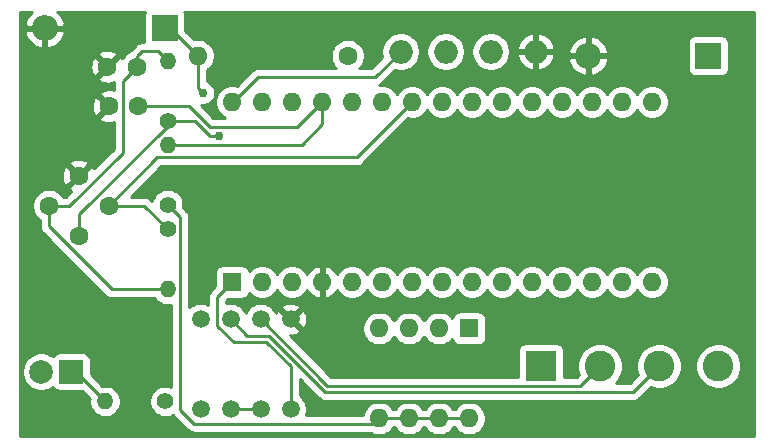
<source format=gtl>
%TF.GenerationSoftware,KiCad,Pcbnew,(5.1.8)-1*%
%TF.CreationDate,2021-01-21T21:37:33-05:00*%
%TF.ProjectId,TTS,5454532e-6b69-4636-9164-5f7063625858,rev?*%
%TF.SameCoordinates,Original*%
%TF.FileFunction,Copper,L1,Top*%
%TF.FilePolarity,Positive*%
%FSLAX46Y46*%
G04 Gerber Fmt 4.6, Leading zero omitted, Abs format (unit mm)*
G04 Created by KiCad (PCBNEW (5.1.8)-1) date 2021-01-21 21:37:33*
%MOMM*%
%LPD*%
G01*
G04 APERTURE LIST*
%TA.AperFunction,ComponentPad*%
%ADD10R,1.600000X1.600000*%
%TD*%
%TA.AperFunction,ComponentPad*%
%ADD11O,1.600000X1.600000*%
%TD*%
%TA.AperFunction,ComponentPad*%
%ADD12C,1.600000*%
%TD*%
%TA.AperFunction,ComponentPad*%
%ADD13O,2.000000X2.000000*%
%TD*%
%TA.AperFunction,ComponentPad*%
%ADD14C,2.000000*%
%TD*%
%TA.AperFunction,ComponentPad*%
%ADD15R,2.000000X2.000000*%
%TD*%
%TA.AperFunction,ComponentPad*%
%ADD16R,2.600000X2.600000*%
%TD*%
%TA.AperFunction,ComponentPad*%
%ADD17C,2.600000*%
%TD*%
%TA.AperFunction,ComponentPad*%
%ADD18C,1.400000*%
%TD*%
%TA.AperFunction,ComponentPad*%
%ADD19O,1.400000X1.400000*%
%TD*%
%TA.AperFunction,ComponentPad*%
%ADD20C,1.500000*%
%TD*%
%TA.AperFunction,ComponentPad*%
%ADD21R,2.200000X2.200000*%
%TD*%
%TA.AperFunction,ComponentPad*%
%ADD22O,2.200000X2.200000*%
%TD*%
%TA.AperFunction,ViaPad*%
%ADD23C,0.762000*%
%TD*%
%TA.AperFunction,Conductor*%
%ADD24C,0.254000*%
%TD*%
%TA.AperFunction,Conductor*%
%ADD25C,0.100000*%
%TD*%
G04 APERTURE END LIST*
D10*
%TO.P,SW1,1*%
%TO.N,/D6*%
X178689000Y-99949000D03*
D11*
%TO.P,SW1,5*%
%TO.N,Net-(R4-Pad1)*%
X171069000Y-107569000D03*
%TO.P,SW1,2*%
%TO.N,/D5*%
X176149000Y-99949000D03*
%TO.P,SW1,6*%
%TO.N,Net-(R4-Pad1)*%
X173609000Y-107569000D03*
%TO.P,SW1,3*%
%TO.N,/D4*%
X173609000Y-99949000D03*
%TO.P,SW1,7*%
%TO.N,Net-(R4-Pad1)*%
X176149000Y-107569000D03*
%TO.P,SW1,4*%
%TO.N,/D3*%
X171069000Y-99949000D03*
%TO.P,SW1,8*%
%TO.N,Net-(R4-Pad1)*%
X178689000Y-107569000D03*
%TD*%
D10*
%TO.P,A1,1*%
%TO.N,/TX*%
X158623000Y-96012000D03*
D11*
%TO.P,A1,17*%
%TO.N,VDD*%
X191643000Y-80772000D03*
%TO.P,A1,2*%
%TO.N,/RX*%
X161163000Y-96012000D03*
%TO.P,A1,18*%
%TO.N,/REF*%
X189103000Y-80772000D03*
%TO.P,A1,3*%
%TO.N,/RST_D*%
X163703000Y-96012000D03*
%TO.P,A1,19*%
%TO.N,/A0*%
X186563000Y-80772000D03*
%TO.P,A1,4*%
%TO.N,GND*%
X166243000Y-96012000D03*
%TO.P,A1,20*%
%TO.N,/A1*%
X184023000Y-80772000D03*
%TO.P,A1,5*%
%TO.N,/D2*%
X168783000Y-96012000D03*
%TO.P,A1,21*%
%TO.N,/A2*%
X181483000Y-80772000D03*
%TO.P,A1,6*%
%TO.N,/D3*%
X171323000Y-96012000D03*
%TO.P,A1,22*%
%TO.N,/A3*%
X178943000Y-80772000D03*
%TO.P,A1,7*%
%TO.N,/D4*%
X173863000Y-96012000D03*
%TO.P,A1,23*%
%TO.N,/A4*%
X176403000Y-80772000D03*
%TO.P,A1,8*%
%TO.N,/D5*%
X176403000Y-96012000D03*
%TO.P,A1,24*%
%TO.N,/A5*%
X173863000Y-80772000D03*
%TO.P,A1,9*%
%TO.N,/D6*%
X178943000Y-96012000D03*
%TO.P,A1,25*%
%TO.N,/A6*%
X171323000Y-80772000D03*
%TO.P,A1,10*%
%TO.N,/D7*%
X181483000Y-96012000D03*
%TO.P,A1,26*%
%TO.N,/A7*%
X168783000Y-80772000D03*
%TO.P,A1,11*%
%TO.N,/D8*%
X184023000Y-96012000D03*
%TO.P,A1,27*%
%TO.N,VCC*%
X166243000Y-80772000D03*
%TO.P,A1,12*%
%TO.N,/D9*%
X186563000Y-96012000D03*
%TO.P,A1,28*%
%TO.N,/RST_A*%
X163703000Y-80772000D03*
%TO.P,A1,13*%
%TO.N,/D10*%
X189103000Y-96012000D03*
%TO.P,A1,29*%
%TO.N,GND*%
X161163000Y-80772000D03*
%TO.P,A1,14*%
%TO.N,/D11*%
X191643000Y-96012000D03*
%TO.P,A1,30*%
%TO.N,/VIN*%
X158623000Y-80772000D03*
%TO.P,A1,15*%
%TO.N,/D12*%
X194183000Y-96012000D03*
%TO.P,A1,16*%
%TO.N,/D13*%
X194183000Y-80772000D03*
%TD*%
D12*
%TO.P,C1,2*%
%TO.N,GND*%
X148172800Y-81127600D03*
%TO.P,C1,1*%
%TO.N,VCC*%
X150672800Y-81127600D03*
%TD*%
%TO.P,C2,1*%
%TO.N,VDD*%
X150571200Y-77774800D03*
%TO.P,C2,2*%
%TO.N,GND*%
X148071200Y-77774800D03*
%TD*%
D13*
%TO.P,D3,1*%
%TO.N,/VIN*%
X172897800Y-76504800D03*
%TO.P,D3,2*%
%TO.N,Net-(D3-Pad2)*%
X176707800Y-76504800D03*
%TO.P,D3,3*%
%TO.N,Net-(D3-Pad3)*%
X180517800Y-76504800D03*
%TO.P,D3,4*%
%TO.N,GND*%
X184327800Y-76504800D03*
%TD*%
D14*
%TO.P,D4,2*%
%TO.N,VCC*%
X142468600Y-103606600D03*
D15*
%TO.P,D4,1*%
%TO.N,Net-(D4-Pad1)*%
X145008600Y-103606600D03*
%TD*%
D16*
%TO.P,J1,1*%
%TO.N,Net-(D3-Pad2)*%
X184785000Y-103124000D03*
D17*
%TO.P,J1,2*%
%TO.N,Net-(D2-Pad1)*%
X189785000Y-103124000D03*
%TO.P,J1,3*%
%TO.N,Net-(D1-Pad1)*%
X194785000Y-103124000D03*
%TO.P,J1,4*%
%TO.N,Net-(D3-Pad3)*%
X199785000Y-103124000D03*
%TD*%
D12*
%TO.P,R1,1*%
%TO.N,Net-(D2-Pad1)*%
X168402000Y-76860400D03*
D11*
%TO.P,R1,2*%
%TO.N,Net-(D1-Pad1)*%
X155702000Y-76860400D03*
%TD*%
D18*
%TO.P,R2,1*%
%TO.N,/A4*%
X153162000Y-82346800D03*
D19*
%TO.P,R2,2*%
%TO.N,VDD*%
X153162000Y-77266800D03*
%TD*%
%TO.P,R3,2*%
%TO.N,VDD*%
X153162000Y-96647000D03*
D18*
%TO.P,R3,1*%
%TO.N,/A5*%
X153162000Y-91567000D03*
%TD*%
D19*
%TO.P,R4,2*%
%TO.N,VCC*%
X153162000Y-84378800D03*
D18*
%TO.P,R4,1*%
%TO.N,Net-(R4-Pad1)*%
X153162000Y-89458800D03*
%TD*%
%TO.P,R8,1*%
%TO.N,/D7*%
X152958800Y-106121200D03*
D19*
%TO.P,R8,2*%
%TO.N,Net-(D4-Pad1)*%
X147878800Y-106121200D03*
%TD*%
D20*
%TO.P,U1,8*%
%TO.N,VCC*%
X155956000Y-99161600D03*
%TO.P,U1,1*%
%TO.N,/RX*%
X155956000Y-106781600D03*
%TO.P,U1,7*%
%TO.N,Net-(D1-Pad1)*%
X158496000Y-99161600D03*
%TO.P,U1,2*%
%TO.N,/D2*%
X158496000Y-106781600D03*
%TO.P,U1,6*%
%TO.N,Net-(D2-Pad1)*%
X161036000Y-99161600D03*
%TO.P,U1,3*%
%TO.N,/D2*%
X161036000Y-106781600D03*
%TO.P,U1,5*%
%TO.N,GND*%
X163576000Y-99161600D03*
%TO.P,U1,4*%
%TO.N,/TX*%
X163576000Y-106781600D03*
%TD*%
D12*
%TO.P,U2,4*%
%TO.N,GND*%
X145643600Y-87020400D03*
%TO.P,U2,1*%
%TO.N,/A5*%
X148183600Y-89560400D03*
%TO.P,U2,2*%
%TO.N,/A4*%
X145643600Y-92100400D03*
%TO.P,U2,3*%
%TO.N,VDD*%
X143103600Y-89560400D03*
%TD*%
D21*
%TO.P,D1,1*%
%TO.N,Net-(D1-Pad1)*%
X152908000Y-74523600D03*
D22*
%TO.P,D1,2*%
%TO.N,GND*%
X142748000Y-74523600D03*
%TD*%
%TO.P,D2,2*%
%TO.N,GND*%
X188772800Y-76860400D03*
D21*
%TO.P,D2,1*%
%TO.N,Net-(D2-Pad1)*%
X198932800Y-76860400D03*
%TD*%
D23*
%TO.N,Net-(D1-Pad1)*%
X156159200Y-80010000D03*
%TO.N,/A4*%
X157516473Y-83616800D03*
%TD*%
D24*
%TO.N,VDD*%
X143103600Y-91308282D02*
X143103600Y-89560400D01*
X148442318Y-96647000D02*
X143103600Y-91308282D01*
X153162000Y-96647000D02*
X148442318Y-96647000D01*
X150571200Y-77774800D02*
X150571200Y-76911200D01*
X150571200Y-76911200D02*
X151028400Y-76454000D01*
X152349200Y-76454000D02*
X153162000Y-77266800D01*
X151028400Y-76454000D02*
X152349200Y-76454000D01*
X144851482Y-89560400D02*
X143103600Y-89560400D01*
X149353801Y-85058081D02*
X144851482Y-89560400D01*
X149353801Y-78992199D02*
X149353801Y-85058081D01*
X150571200Y-77774800D02*
X149353801Y-78992199D01*
%TO.N,VCC*%
X164149319Y-82865681D02*
X166243000Y-80772000D01*
X158042447Y-82865681D02*
X164149319Y-82865681D01*
X166243000Y-82677000D02*
X166243000Y-80772000D01*
X164541200Y-84378800D02*
X166243000Y-82677000D01*
X153162000Y-84378800D02*
X164541200Y-84378800D01*
X150672800Y-81127600D02*
X154998034Y-81127600D01*
X154998034Y-81127600D02*
X156725233Y-82854799D01*
X158031565Y-82854799D02*
X158042447Y-82865681D01*
X156725233Y-82854799D02*
X158031565Y-82854799D01*
%TO.N,Net-(D1-Pad1)*%
X192595989Y-105313011D02*
X166468976Y-105313010D01*
X194785000Y-103124000D02*
X192595989Y-105313011D01*
X166468976Y-105313010D02*
X161739966Y-100584000D01*
X159918400Y-100584000D02*
X158496000Y-99161600D01*
X161739966Y-100584000D02*
X159918400Y-100584000D01*
X153365200Y-74523600D02*
X155702000Y-76860400D01*
X152908000Y-74523600D02*
X153365200Y-74523600D01*
X155702000Y-79552800D02*
X155702000Y-76860400D01*
X156159200Y-80010000D02*
X155702000Y-79552800D01*
%TO.N,Net-(D2-Pad1)*%
X166679401Y-104805001D02*
X161036000Y-99161600D01*
X188103999Y-104805001D02*
X166679401Y-104805001D01*
X189785000Y-103124000D02*
X188103999Y-104805001D01*
%TO.N,/TX*%
X157364999Y-97270001D02*
X158623000Y-96012000D01*
X157364999Y-99704481D02*
X157364999Y-97270001D01*
X158752528Y-101092010D02*
X157364999Y-99704481D01*
X161503372Y-101092010D02*
X158752528Y-101092010D01*
X163576000Y-103164638D02*
X161503372Y-101092010D01*
X163576000Y-106781600D02*
X163576000Y-103164638D01*
%TO.N,/D2*%
X158496000Y-106781600D02*
X161036000Y-106781600D01*
%TO.N,/D3*%
X171323000Y-99695000D02*
X171069000Y-99949000D01*
%TO.N,/D4*%
X173609000Y-96266000D02*
X173863000Y-96012000D01*
%TO.N,/A4*%
X153162000Y-82778918D02*
X153162000Y-82346800D01*
X145643600Y-90297318D02*
X153162000Y-82778918D01*
X145643600Y-92100400D02*
X145643600Y-90297318D01*
X157516473Y-83616800D02*
X156768800Y-83616800D01*
X155498800Y-82346800D02*
X153162000Y-82346800D01*
X156768800Y-83616800D02*
X155498800Y-82346800D01*
%TO.N,/D5*%
X176403000Y-99695000D02*
X176149000Y-99949000D01*
%TO.N,/A5*%
X151155400Y-89560400D02*
X153162000Y-91567000D01*
X148183600Y-89560400D02*
X151155400Y-89560400D01*
X152284199Y-85459801D02*
X148183600Y-89560400D01*
X169175199Y-85459801D02*
X152284199Y-85459801D01*
X173863000Y-80772000D02*
X169175199Y-85459801D01*
%TO.N,/D6*%
X178689000Y-96266000D02*
X178943000Y-96012000D01*
%TO.N,/VIN*%
X170713400Y-78689200D02*
X172897800Y-76504800D01*
X160779484Y-78689200D02*
X170713400Y-78689200D01*
X158696684Y-80772000D02*
X160779484Y-78689200D01*
X158623000Y-80772000D02*
X158696684Y-80772000D01*
%TO.N,Net-(D4-Pad1)*%
X145364200Y-103606600D02*
X147878800Y-106121200D01*
X145008600Y-103606600D02*
X145364200Y-103606600D01*
%TO.N,Net-(R4-Pad1)*%
X178689000Y-107569000D02*
X176149000Y-107569000D01*
X176149000Y-107569000D02*
X173609000Y-107569000D01*
X173609000Y-107569000D02*
X171069000Y-107569000D01*
X170637200Y-108000800D02*
X171069000Y-107569000D01*
X155400520Y-108000800D02*
X170637200Y-108000800D01*
X154243001Y-106843281D02*
X155400520Y-108000800D01*
X154243001Y-90539801D02*
X154243001Y-106843281D01*
X153162000Y-89458800D02*
X154243001Y-90539801D01*
%TD*%
%TO.N,GND*%
X141480178Y-73339173D02*
X141273469Y-73609271D01*
X141123425Y-73914506D01*
X141058825Y-74127478D01*
X141176875Y-74396600D01*
X142621000Y-74396600D01*
X142621000Y-74376600D01*
X142875000Y-74376600D01*
X142875000Y-74396600D01*
X144319125Y-74396600D01*
X144437175Y-74127478D01*
X144372575Y-73914506D01*
X144222531Y-73609271D01*
X144015822Y-73339173D01*
X143812037Y-73160000D01*
X151228878Y-73160000D01*
X151218498Y-73179420D01*
X151182188Y-73299118D01*
X151169928Y-73423600D01*
X151169928Y-75623600D01*
X151176665Y-75692000D01*
X151065822Y-75692000D01*
X151028399Y-75688314D01*
X150990976Y-75692000D01*
X150990974Y-75692000D01*
X150879022Y-75703026D01*
X150735385Y-75746598D01*
X150603008Y-75817355D01*
X150486978Y-75912578D01*
X150463116Y-75941654D01*
X150058849Y-76345921D01*
X150029779Y-76369778D01*
X150005922Y-76398848D01*
X150005921Y-76398849D01*
X149935218Y-76485000D01*
X149891473Y-76503120D01*
X149656441Y-76660163D01*
X149456563Y-76860041D01*
X149322508Y-77060669D01*
X149307871Y-77033286D01*
X149063902Y-76961703D01*
X148250805Y-77774800D01*
X148264948Y-77788943D01*
X148085343Y-77968548D01*
X148071200Y-77954405D01*
X147258103Y-78767502D01*
X147329686Y-79011471D01*
X147585196Y-79132371D01*
X147859384Y-79201100D01*
X148141712Y-79215017D01*
X148421330Y-79173587D01*
X148591801Y-79112624D01*
X148591801Y-79753234D01*
X148384616Y-79701300D01*
X148102288Y-79687383D01*
X147822670Y-79728813D01*
X147556508Y-79823997D01*
X147431286Y-79890929D01*
X147359703Y-80134898D01*
X148172800Y-80947995D01*
X148186943Y-80933853D01*
X148366548Y-81113458D01*
X148352405Y-81127600D01*
X148366548Y-81141743D01*
X148186943Y-81321348D01*
X148172800Y-81307205D01*
X147359703Y-82120302D01*
X147431286Y-82364271D01*
X147686796Y-82485171D01*
X147960984Y-82553900D01*
X148243312Y-82567817D01*
X148522930Y-82526387D01*
X148591802Y-82501757D01*
X148591802Y-84742450D01*
X146941261Y-86392991D01*
X146880271Y-86278886D01*
X146636302Y-86207303D01*
X145823205Y-87020400D01*
X145837348Y-87034543D01*
X145657743Y-87214148D01*
X145643600Y-87200005D01*
X144830503Y-88013102D01*
X144902086Y-88257071D01*
X145020942Y-88313310D01*
X144535852Y-88798400D01*
X144320307Y-88798400D01*
X144218237Y-88645641D01*
X144018359Y-88445763D01*
X143783327Y-88288720D01*
X143522174Y-88180547D01*
X143244935Y-88125400D01*
X142962265Y-88125400D01*
X142685026Y-88180547D01*
X142423873Y-88288720D01*
X142188841Y-88445763D01*
X141988963Y-88645641D01*
X141831920Y-88880673D01*
X141723747Y-89141826D01*
X141668600Y-89419065D01*
X141668600Y-89701735D01*
X141723747Y-89978974D01*
X141831920Y-90240127D01*
X141988963Y-90475159D01*
X142188841Y-90675037D01*
X142341600Y-90777107D01*
X142341600Y-91270858D01*
X142337914Y-91308282D01*
X142341600Y-91345705D01*
X142341600Y-91345707D01*
X142352626Y-91457659D01*
X142396198Y-91601296D01*
X142396199Y-91601297D01*
X142466955Y-91733674D01*
X142506583Y-91781960D01*
X142562178Y-91849704D01*
X142591254Y-91873566D01*
X147877039Y-97159352D01*
X147900896Y-97188422D01*
X148016926Y-97283645D01*
X148149303Y-97354402D01*
X148292940Y-97397974D01*
X148404892Y-97409000D01*
X148404894Y-97409000D01*
X148442317Y-97412686D01*
X148479740Y-97409000D01*
X152065562Y-97409000D01*
X152125038Y-97498013D01*
X152310987Y-97683962D01*
X152529641Y-97830061D01*
X152772595Y-97930696D01*
X153030514Y-97982000D01*
X153293486Y-97982000D01*
X153481001Y-97944700D01*
X153481002Y-104892510D01*
X153348205Y-104837504D01*
X153090286Y-104786200D01*
X152827314Y-104786200D01*
X152569395Y-104837504D01*
X152326441Y-104938139D01*
X152107787Y-105084238D01*
X151921838Y-105270187D01*
X151775739Y-105488841D01*
X151675104Y-105731795D01*
X151623800Y-105989714D01*
X151623800Y-106252686D01*
X151675104Y-106510605D01*
X151775739Y-106753559D01*
X151921838Y-106972213D01*
X152107787Y-107158162D01*
X152326441Y-107304261D01*
X152569395Y-107404896D01*
X152827314Y-107456200D01*
X153090286Y-107456200D01*
X153348205Y-107404896D01*
X153591159Y-107304261D01*
X153619837Y-107285099D01*
X153677722Y-107355632D01*
X153701580Y-107384703D01*
X153730650Y-107408560D01*
X154835241Y-108513152D01*
X154859098Y-108542222D01*
X154975128Y-108637445D01*
X155107505Y-108708202D01*
X155251142Y-108751774D01*
X155363094Y-108762800D01*
X155363096Y-108762800D01*
X155400519Y-108766486D01*
X155437942Y-108762800D01*
X170272717Y-108762800D01*
X170389273Y-108840680D01*
X170650426Y-108948853D01*
X170927665Y-109004000D01*
X171210335Y-109004000D01*
X171487574Y-108948853D01*
X171748727Y-108840680D01*
X171983759Y-108683637D01*
X172183637Y-108483759D01*
X172285707Y-108331000D01*
X172392293Y-108331000D01*
X172494363Y-108483759D01*
X172694241Y-108683637D01*
X172929273Y-108840680D01*
X173190426Y-108948853D01*
X173467665Y-109004000D01*
X173750335Y-109004000D01*
X174027574Y-108948853D01*
X174288727Y-108840680D01*
X174523759Y-108683637D01*
X174723637Y-108483759D01*
X174825707Y-108331000D01*
X174932293Y-108331000D01*
X175034363Y-108483759D01*
X175234241Y-108683637D01*
X175469273Y-108840680D01*
X175730426Y-108948853D01*
X176007665Y-109004000D01*
X176290335Y-109004000D01*
X176567574Y-108948853D01*
X176828727Y-108840680D01*
X177063759Y-108683637D01*
X177263637Y-108483759D01*
X177365707Y-108331000D01*
X177472293Y-108331000D01*
X177574363Y-108483759D01*
X177774241Y-108683637D01*
X178009273Y-108840680D01*
X178270426Y-108948853D01*
X178547665Y-109004000D01*
X178830335Y-109004000D01*
X179107574Y-108948853D01*
X179368727Y-108840680D01*
X179603759Y-108683637D01*
X179803637Y-108483759D01*
X179960680Y-108248727D01*
X180068853Y-107987574D01*
X180124000Y-107710335D01*
X180124000Y-107427665D01*
X180068853Y-107150426D01*
X179960680Y-106889273D01*
X179803637Y-106654241D01*
X179603759Y-106454363D01*
X179368727Y-106297320D01*
X179107574Y-106189147D01*
X178830335Y-106134000D01*
X178547665Y-106134000D01*
X178270426Y-106189147D01*
X178009273Y-106297320D01*
X177774241Y-106454363D01*
X177574363Y-106654241D01*
X177472293Y-106807000D01*
X177365707Y-106807000D01*
X177263637Y-106654241D01*
X177063759Y-106454363D01*
X176828727Y-106297320D01*
X176567574Y-106189147D01*
X176290335Y-106134000D01*
X176007665Y-106134000D01*
X175730426Y-106189147D01*
X175469273Y-106297320D01*
X175234241Y-106454363D01*
X175034363Y-106654241D01*
X174932293Y-106807000D01*
X174825707Y-106807000D01*
X174723637Y-106654241D01*
X174523759Y-106454363D01*
X174288727Y-106297320D01*
X174027574Y-106189147D01*
X173750335Y-106134000D01*
X173467665Y-106134000D01*
X173190426Y-106189147D01*
X172929273Y-106297320D01*
X172694241Y-106454363D01*
X172494363Y-106654241D01*
X172392293Y-106807000D01*
X172285707Y-106807000D01*
X172183637Y-106654241D01*
X171983759Y-106454363D01*
X171748727Y-106297320D01*
X171487574Y-106189147D01*
X171210335Y-106134000D01*
X170927665Y-106134000D01*
X170650426Y-106189147D01*
X170389273Y-106297320D01*
X170154241Y-106454363D01*
X169954363Y-106654241D01*
X169797320Y-106889273D01*
X169689147Y-107150426D01*
X169671568Y-107238800D01*
X164885734Y-107238800D01*
X164907775Y-107185589D01*
X164961000Y-106918011D01*
X164961000Y-106645189D01*
X164907775Y-106377611D01*
X164803371Y-106125557D01*
X164651799Y-105898714D01*
X164458886Y-105705801D01*
X164338000Y-105625027D01*
X164338000Y-104259665D01*
X165903701Y-105825366D01*
X165927554Y-105854431D01*
X165956619Y-105878284D01*
X165956624Y-105878289D01*
X166043583Y-105949654D01*
X166175960Y-106020411D01*
X166319597Y-106063983D01*
X166468975Y-106078696D01*
X166506409Y-106075009D01*
X192558566Y-106075011D01*
X192595989Y-106078697D01*
X192633412Y-106075011D01*
X192633414Y-106075011D01*
X192745366Y-106063985D01*
X192889003Y-106020413D01*
X192950624Y-105987476D01*
X193021381Y-105949656D01*
X193108340Y-105878290D01*
X193108341Y-105878289D01*
X193137410Y-105854433D01*
X193161267Y-105825363D01*
X194066015Y-104920616D01*
X194220581Y-104984639D01*
X194594419Y-105059000D01*
X194975581Y-105059000D01*
X195349419Y-104984639D01*
X195701566Y-104838775D01*
X196018491Y-104627013D01*
X196288013Y-104357491D01*
X196499775Y-104040566D01*
X196645639Y-103688419D01*
X196720000Y-103314581D01*
X196720000Y-102933419D01*
X197850000Y-102933419D01*
X197850000Y-103314581D01*
X197924361Y-103688419D01*
X198070225Y-104040566D01*
X198281987Y-104357491D01*
X198551509Y-104627013D01*
X198868434Y-104838775D01*
X199220581Y-104984639D01*
X199594419Y-105059000D01*
X199975581Y-105059000D01*
X200349419Y-104984639D01*
X200701566Y-104838775D01*
X201018491Y-104627013D01*
X201288013Y-104357491D01*
X201499775Y-104040566D01*
X201645639Y-103688419D01*
X201720000Y-103314581D01*
X201720000Y-102933419D01*
X201645639Y-102559581D01*
X201499775Y-102207434D01*
X201288013Y-101890509D01*
X201018491Y-101620987D01*
X200701566Y-101409225D01*
X200349419Y-101263361D01*
X199975581Y-101189000D01*
X199594419Y-101189000D01*
X199220581Y-101263361D01*
X198868434Y-101409225D01*
X198551509Y-101620987D01*
X198281987Y-101890509D01*
X198070225Y-102207434D01*
X197924361Y-102559581D01*
X197850000Y-102933419D01*
X196720000Y-102933419D01*
X196645639Y-102559581D01*
X196499775Y-102207434D01*
X196288013Y-101890509D01*
X196018491Y-101620987D01*
X195701566Y-101409225D01*
X195349419Y-101263361D01*
X194975581Y-101189000D01*
X194594419Y-101189000D01*
X194220581Y-101263361D01*
X193868434Y-101409225D01*
X193551509Y-101620987D01*
X193281987Y-101890509D01*
X193070225Y-102207434D01*
X192924361Y-102559581D01*
X192850000Y-102933419D01*
X192850000Y-103314581D01*
X192924361Y-103688419D01*
X192988384Y-103842985D01*
X192280358Y-104551012D01*
X191094492Y-104551012D01*
X191288013Y-104357491D01*
X191499775Y-104040566D01*
X191645639Y-103688419D01*
X191720000Y-103314581D01*
X191720000Y-102933419D01*
X191645639Y-102559581D01*
X191499775Y-102207434D01*
X191288013Y-101890509D01*
X191018491Y-101620987D01*
X190701566Y-101409225D01*
X190349419Y-101263361D01*
X189975581Y-101189000D01*
X189594419Y-101189000D01*
X189220581Y-101263361D01*
X188868434Y-101409225D01*
X188551509Y-101620987D01*
X188281987Y-101890509D01*
X188070225Y-102207434D01*
X187924361Y-102559581D01*
X187850000Y-102933419D01*
X187850000Y-103314581D01*
X187924361Y-103688419D01*
X187988384Y-103842985D01*
X187788369Y-104043001D01*
X186723072Y-104043001D01*
X186723072Y-101824000D01*
X186710812Y-101699518D01*
X186674502Y-101579820D01*
X186615537Y-101469506D01*
X186536185Y-101372815D01*
X186439494Y-101293463D01*
X186329180Y-101234498D01*
X186209482Y-101198188D01*
X186085000Y-101185928D01*
X183485000Y-101185928D01*
X183360518Y-101198188D01*
X183240820Y-101234498D01*
X183130506Y-101293463D01*
X183033815Y-101372815D01*
X182954463Y-101469506D01*
X182895498Y-101579820D01*
X182859188Y-101699518D01*
X182846928Y-101824000D01*
X182846928Y-104043001D01*
X166995032Y-104043001D01*
X163496433Y-100544403D01*
X163648492Y-100551412D01*
X163918238Y-100510565D01*
X164174832Y-100417877D01*
X164287863Y-100357460D01*
X164353388Y-100118593D01*
X163576000Y-99341205D01*
X163561858Y-99355348D01*
X163382253Y-99175743D01*
X163396395Y-99161600D01*
X163755605Y-99161600D01*
X164532993Y-99938988D01*
X164771860Y-99873463D01*
X164802737Y-99807665D01*
X169634000Y-99807665D01*
X169634000Y-100090335D01*
X169689147Y-100367574D01*
X169797320Y-100628727D01*
X169954363Y-100863759D01*
X170154241Y-101063637D01*
X170389273Y-101220680D01*
X170650426Y-101328853D01*
X170927665Y-101384000D01*
X171210335Y-101384000D01*
X171487574Y-101328853D01*
X171748727Y-101220680D01*
X171983759Y-101063637D01*
X172183637Y-100863759D01*
X172339000Y-100631241D01*
X172494363Y-100863759D01*
X172694241Y-101063637D01*
X172929273Y-101220680D01*
X173190426Y-101328853D01*
X173467665Y-101384000D01*
X173750335Y-101384000D01*
X174027574Y-101328853D01*
X174288727Y-101220680D01*
X174523759Y-101063637D01*
X174723637Y-100863759D01*
X174879000Y-100631241D01*
X175034363Y-100863759D01*
X175234241Y-101063637D01*
X175469273Y-101220680D01*
X175730426Y-101328853D01*
X176007665Y-101384000D01*
X176290335Y-101384000D01*
X176567574Y-101328853D01*
X176828727Y-101220680D01*
X177063759Y-101063637D01*
X177262357Y-100865039D01*
X177263188Y-100873482D01*
X177299498Y-100993180D01*
X177358463Y-101103494D01*
X177437815Y-101200185D01*
X177534506Y-101279537D01*
X177644820Y-101338502D01*
X177764518Y-101374812D01*
X177889000Y-101387072D01*
X179489000Y-101387072D01*
X179613482Y-101374812D01*
X179733180Y-101338502D01*
X179843494Y-101279537D01*
X179940185Y-101200185D01*
X180019537Y-101103494D01*
X180078502Y-100993180D01*
X180114812Y-100873482D01*
X180127072Y-100749000D01*
X180127072Y-99149000D01*
X180114812Y-99024518D01*
X180078502Y-98904820D01*
X180019537Y-98794506D01*
X179940185Y-98697815D01*
X179843494Y-98618463D01*
X179733180Y-98559498D01*
X179613482Y-98523188D01*
X179489000Y-98510928D01*
X177889000Y-98510928D01*
X177764518Y-98523188D01*
X177644820Y-98559498D01*
X177534506Y-98618463D01*
X177437815Y-98697815D01*
X177358463Y-98794506D01*
X177299498Y-98904820D01*
X177263188Y-99024518D01*
X177262357Y-99032961D01*
X177063759Y-98834363D01*
X176828727Y-98677320D01*
X176567574Y-98569147D01*
X176290335Y-98514000D01*
X176007665Y-98514000D01*
X175730426Y-98569147D01*
X175469273Y-98677320D01*
X175234241Y-98834363D01*
X175034363Y-99034241D01*
X174879000Y-99266759D01*
X174723637Y-99034241D01*
X174523759Y-98834363D01*
X174288727Y-98677320D01*
X174027574Y-98569147D01*
X173750335Y-98514000D01*
X173467665Y-98514000D01*
X173190426Y-98569147D01*
X172929273Y-98677320D01*
X172694241Y-98834363D01*
X172494363Y-99034241D01*
X172339000Y-99266759D01*
X172183637Y-99034241D01*
X171983759Y-98834363D01*
X171748727Y-98677320D01*
X171487574Y-98569147D01*
X171210335Y-98514000D01*
X170927665Y-98514000D01*
X170650426Y-98569147D01*
X170389273Y-98677320D01*
X170154241Y-98834363D01*
X169954363Y-99034241D01*
X169797320Y-99269273D01*
X169689147Y-99530426D01*
X169634000Y-99807665D01*
X164802737Y-99807665D01*
X164887760Y-99626484D01*
X164953250Y-99361640D01*
X164965812Y-99089108D01*
X164924965Y-98819362D01*
X164832277Y-98562768D01*
X164771860Y-98449737D01*
X164532993Y-98384212D01*
X163755605Y-99161600D01*
X163396395Y-99161600D01*
X162619007Y-98384212D01*
X162380140Y-98449737D01*
X162305836Y-98608077D01*
X162263371Y-98505557D01*
X162111799Y-98278714D01*
X162037692Y-98204607D01*
X162798612Y-98204607D01*
X163576000Y-98981995D01*
X164353388Y-98204607D01*
X164287863Y-97965740D01*
X164040884Y-97849840D01*
X163776040Y-97784350D01*
X163503508Y-97771788D01*
X163233762Y-97812635D01*
X162977168Y-97905323D01*
X162864137Y-97965740D01*
X162798612Y-98204607D01*
X162037692Y-98204607D01*
X161918886Y-98085801D01*
X161692043Y-97934229D01*
X161439989Y-97829825D01*
X161172411Y-97776600D01*
X160899589Y-97776600D01*
X160632011Y-97829825D01*
X160379957Y-97934229D01*
X160153114Y-98085801D01*
X159960201Y-98278714D01*
X159808629Y-98505557D01*
X159766000Y-98608473D01*
X159723371Y-98505557D01*
X159571799Y-98278714D01*
X159378886Y-98085801D01*
X159152043Y-97934229D01*
X158899989Y-97829825D01*
X158632411Y-97776600D01*
X158359589Y-97776600D01*
X158126999Y-97822865D01*
X158126999Y-97585631D01*
X158262558Y-97450072D01*
X159423000Y-97450072D01*
X159547482Y-97437812D01*
X159667180Y-97401502D01*
X159777494Y-97342537D01*
X159874185Y-97263185D01*
X159953537Y-97166494D01*
X160012502Y-97056180D01*
X160048812Y-96936482D01*
X160049643Y-96928039D01*
X160248241Y-97126637D01*
X160483273Y-97283680D01*
X160744426Y-97391853D01*
X161021665Y-97447000D01*
X161304335Y-97447000D01*
X161581574Y-97391853D01*
X161842727Y-97283680D01*
X162077759Y-97126637D01*
X162277637Y-96926759D01*
X162433000Y-96694241D01*
X162588363Y-96926759D01*
X162788241Y-97126637D01*
X163023273Y-97283680D01*
X163284426Y-97391853D01*
X163561665Y-97447000D01*
X163844335Y-97447000D01*
X164121574Y-97391853D01*
X164382727Y-97283680D01*
X164617759Y-97126637D01*
X164817637Y-96926759D01*
X164974680Y-96691727D01*
X164979067Y-96681135D01*
X165090615Y-96867131D01*
X165279586Y-97075519D01*
X165505580Y-97243037D01*
X165759913Y-97363246D01*
X165893961Y-97403904D01*
X166116000Y-97281915D01*
X166116000Y-96139000D01*
X166096000Y-96139000D01*
X166096000Y-95885000D01*
X166116000Y-95885000D01*
X166116000Y-94742085D01*
X166370000Y-94742085D01*
X166370000Y-95885000D01*
X166390000Y-95885000D01*
X166390000Y-96139000D01*
X166370000Y-96139000D01*
X166370000Y-97281915D01*
X166592039Y-97403904D01*
X166726087Y-97363246D01*
X166980420Y-97243037D01*
X167206414Y-97075519D01*
X167395385Y-96867131D01*
X167506933Y-96681135D01*
X167511320Y-96691727D01*
X167668363Y-96926759D01*
X167868241Y-97126637D01*
X168103273Y-97283680D01*
X168364426Y-97391853D01*
X168641665Y-97447000D01*
X168924335Y-97447000D01*
X169201574Y-97391853D01*
X169462727Y-97283680D01*
X169697759Y-97126637D01*
X169897637Y-96926759D01*
X170053000Y-96694241D01*
X170208363Y-96926759D01*
X170408241Y-97126637D01*
X170643273Y-97283680D01*
X170904426Y-97391853D01*
X171181665Y-97447000D01*
X171464335Y-97447000D01*
X171741574Y-97391853D01*
X172002727Y-97283680D01*
X172237759Y-97126637D01*
X172437637Y-96926759D01*
X172593000Y-96694241D01*
X172748363Y-96926759D01*
X172948241Y-97126637D01*
X173183273Y-97283680D01*
X173444426Y-97391853D01*
X173721665Y-97447000D01*
X174004335Y-97447000D01*
X174281574Y-97391853D01*
X174542727Y-97283680D01*
X174777759Y-97126637D01*
X174977637Y-96926759D01*
X175133000Y-96694241D01*
X175288363Y-96926759D01*
X175488241Y-97126637D01*
X175723273Y-97283680D01*
X175984426Y-97391853D01*
X176261665Y-97447000D01*
X176544335Y-97447000D01*
X176821574Y-97391853D01*
X177082727Y-97283680D01*
X177317759Y-97126637D01*
X177517637Y-96926759D01*
X177673000Y-96694241D01*
X177828363Y-96926759D01*
X178028241Y-97126637D01*
X178263273Y-97283680D01*
X178524426Y-97391853D01*
X178801665Y-97447000D01*
X179084335Y-97447000D01*
X179361574Y-97391853D01*
X179622727Y-97283680D01*
X179857759Y-97126637D01*
X180057637Y-96926759D01*
X180213000Y-96694241D01*
X180368363Y-96926759D01*
X180568241Y-97126637D01*
X180803273Y-97283680D01*
X181064426Y-97391853D01*
X181341665Y-97447000D01*
X181624335Y-97447000D01*
X181901574Y-97391853D01*
X182162727Y-97283680D01*
X182397759Y-97126637D01*
X182597637Y-96926759D01*
X182753000Y-96694241D01*
X182908363Y-96926759D01*
X183108241Y-97126637D01*
X183343273Y-97283680D01*
X183604426Y-97391853D01*
X183881665Y-97447000D01*
X184164335Y-97447000D01*
X184441574Y-97391853D01*
X184702727Y-97283680D01*
X184937759Y-97126637D01*
X185137637Y-96926759D01*
X185293000Y-96694241D01*
X185448363Y-96926759D01*
X185648241Y-97126637D01*
X185883273Y-97283680D01*
X186144426Y-97391853D01*
X186421665Y-97447000D01*
X186704335Y-97447000D01*
X186981574Y-97391853D01*
X187242727Y-97283680D01*
X187477759Y-97126637D01*
X187677637Y-96926759D01*
X187833000Y-96694241D01*
X187988363Y-96926759D01*
X188188241Y-97126637D01*
X188423273Y-97283680D01*
X188684426Y-97391853D01*
X188961665Y-97447000D01*
X189244335Y-97447000D01*
X189521574Y-97391853D01*
X189782727Y-97283680D01*
X190017759Y-97126637D01*
X190217637Y-96926759D01*
X190373000Y-96694241D01*
X190528363Y-96926759D01*
X190728241Y-97126637D01*
X190963273Y-97283680D01*
X191224426Y-97391853D01*
X191501665Y-97447000D01*
X191784335Y-97447000D01*
X192061574Y-97391853D01*
X192322727Y-97283680D01*
X192557759Y-97126637D01*
X192757637Y-96926759D01*
X192913000Y-96694241D01*
X193068363Y-96926759D01*
X193268241Y-97126637D01*
X193503273Y-97283680D01*
X193764426Y-97391853D01*
X194041665Y-97447000D01*
X194324335Y-97447000D01*
X194601574Y-97391853D01*
X194862727Y-97283680D01*
X195097759Y-97126637D01*
X195297637Y-96926759D01*
X195454680Y-96691727D01*
X195562853Y-96430574D01*
X195618000Y-96153335D01*
X195618000Y-95870665D01*
X195562853Y-95593426D01*
X195454680Y-95332273D01*
X195297637Y-95097241D01*
X195097759Y-94897363D01*
X194862727Y-94740320D01*
X194601574Y-94632147D01*
X194324335Y-94577000D01*
X194041665Y-94577000D01*
X193764426Y-94632147D01*
X193503273Y-94740320D01*
X193268241Y-94897363D01*
X193068363Y-95097241D01*
X192913000Y-95329759D01*
X192757637Y-95097241D01*
X192557759Y-94897363D01*
X192322727Y-94740320D01*
X192061574Y-94632147D01*
X191784335Y-94577000D01*
X191501665Y-94577000D01*
X191224426Y-94632147D01*
X190963273Y-94740320D01*
X190728241Y-94897363D01*
X190528363Y-95097241D01*
X190373000Y-95329759D01*
X190217637Y-95097241D01*
X190017759Y-94897363D01*
X189782727Y-94740320D01*
X189521574Y-94632147D01*
X189244335Y-94577000D01*
X188961665Y-94577000D01*
X188684426Y-94632147D01*
X188423273Y-94740320D01*
X188188241Y-94897363D01*
X187988363Y-95097241D01*
X187833000Y-95329759D01*
X187677637Y-95097241D01*
X187477759Y-94897363D01*
X187242727Y-94740320D01*
X186981574Y-94632147D01*
X186704335Y-94577000D01*
X186421665Y-94577000D01*
X186144426Y-94632147D01*
X185883273Y-94740320D01*
X185648241Y-94897363D01*
X185448363Y-95097241D01*
X185293000Y-95329759D01*
X185137637Y-95097241D01*
X184937759Y-94897363D01*
X184702727Y-94740320D01*
X184441574Y-94632147D01*
X184164335Y-94577000D01*
X183881665Y-94577000D01*
X183604426Y-94632147D01*
X183343273Y-94740320D01*
X183108241Y-94897363D01*
X182908363Y-95097241D01*
X182753000Y-95329759D01*
X182597637Y-95097241D01*
X182397759Y-94897363D01*
X182162727Y-94740320D01*
X181901574Y-94632147D01*
X181624335Y-94577000D01*
X181341665Y-94577000D01*
X181064426Y-94632147D01*
X180803273Y-94740320D01*
X180568241Y-94897363D01*
X180368363Y-95097241D01*
X180213000Y-95329759D01*
X180057637Y-95097241D01*
X179857759Y-94897363D01*
X179622727Y-94740320D01*
X179361574Y-94632147D01*
X179084335Y-94577000D01*
X178801665Y-94577000D01*
X178524426Y-94632147D01*
X178263273Y-94740320D01*
X178028241Y-94897363D01*
X177828363Y-95097241D01*
X177673000Y-95329759D01*
X177517637Y-95097241D01*
X177317759Y-94897363D01*
X177082727Y-94740320D01*
X176821574Y-94632147D01*
X176544335Y-94577000D01*
X176261665Y-94577000D01*
X175984426Y-94632147D01*
X175723273Y-94740320D01*
X175488241Y-94897363D01*
X175288363Y-95097241D01*
X175133000Y-95329759D01*
X174977637Y-95097241D01*
X174777759Y-94897363D01*
X174542727Y-94740320D01*
X174281574Y-94632147D01*
X174004335Y-94577000D01*
X173721665Y-94577000D01*
X173444426Y-94632147D01*
X173183273Y-94740320D01*
X172948241Y-94897363D01*
X172748363Y-95097241D01*
X172593000Y-95329759D01*
X172437637Y-95097241D01*
X172237759Y-94897363D01*
X172002727Y-94740320D01*
X171741574Y-94632147D01*
X171464335Y-94577000D01*
X171181665Y-94577000D01*
X170904426Y-94632147D01*
X170643273Y-94740320D01*
X170408241Y-94897363D01*
X170208363Y-95097241D01*
X170053000Y-95329759D01*
X169897637Y-95097241D01*
X169697759Y-94897363D01*
X169462727Y-94740320D01*
X169201574Y-94632147D01*
X168924335Y-94577000D01*
X168641665Y-94577000D01*
X168364426Y-94632147D01*
X168103273Y-94740320D01*
X167868241Y-94897363D01*
X167668363Y-95097241D01*
X167511320Y-95332273D01*
X167506933Y-95342865D01*
X167395385Y-95156869D01*
X167206414Y-94948481D01*
X166980420Y-94780963D01*
X166726087Y-94660754D01*
X166592039Y-94620096D01*
X166370000Y-94742085D01*
X166116000Y-94742085D01*
X165893961Y-94620096D01*
X165759913Y-94660754D01*
X165505580Y-94780963D01*
X165279586Y-94948481D01*
X165090615Y-95156869D01*
X164979067Y-95342865D01*
X164974680Y-95332273D01*
X164817637Y-95097241D01*
X164617759Y-94897363D01*
X164382727Y-94740320D01*
X164121574Y-94632147D01*
X163844335Y-94577000D01*
X163561665Y-94577000D01*
X163284426Y-94632147D01*
X163023273Y-94740320D01*
X162788241Y-94897363D01*
X162588363Y-95097241D01*
X162433000Y-95329759D01*
X162277637Y-95097241D01*
X162077759Y-94897363D01*
X161842727Y-94740320D01*
X161581574Y-94632147D01*
X161304335Y-94577000D01*
X161021665Y-94577000D01*
X160744426Y-94632147D01*
X160483273Y-94740320D01*
X160248241Y-94897363D01*
X160049643Y-95095961D01*
X160048812Y-95087518D01*
X160012502Y-94967820D01*
X159953537Y-94857506D01*
X159874185Y-94760815D01*
X159777494Y-94681463D01*
X159667180Y-94622498D01*
X159547482Y-94586188D01*
X159423000Y-94573928D01*
X157823000Y-94573928D01*
X157698518Y-94586188D01*
X157578820Y-94622498D01*
X157468506Y-94681463D01*
X157371815Y-94760815D01*
X157292463Y-94857506D01*
X157233498Y-94967820D01*
X157197188Y-95087518D01*
X157184928Y-95212000D01*
X157184928Y-96372442D01*
X156852648Y-96704722D01*
X156823578Y-96728579D01*
X156799721Y-96757649D01*
X156799720Y-96757650D01*
X156728354Y-96844609D01*
X156657598Y-96976986D01*
X156614026Y-97120623D01*
X156599313Y-97270001D01*
X156603000Y-97307434D01*
X156603000Y-97930483D01*
X156359989Y-97829825D01*
X156092411Y-97776600D01*
X155819589Y-97776600D01*
X155552011Y-97829825D01*
X155299957Y-97934229D01*
X155073114Y-98085801D01*
X155005001Y-98153914D01*
X155005001Y-90577223D01*
X155008687Y-90539800D01*
X155005001Y-90502375D01*
X154993975Y-90390423D01*
X154950403Y-90246786D01*
X154879646Y-90114409D01*
X154784423Y-89998379D01*
X154755354Y-89974523D01*
X154476114Y-89695284D01*
X154497000Y-89590286D01*
X154497000Y-89327314D01*
X154445696Y-89069395D01*
X154345061Y-88826441D01*
X154198962Y-88607787D01*
X154013013Y-88421838D01*
X153794359Y-88275739D01*
X153551405Y-88175104D01*
X153293486Y-88123800D01*
X153030514Y-88123800D01*
X152772595Y-88175104D01*
X152529641Y-88275739D01*
X152310987Y-88421838D01*
X152125038Y-88607787D01*
X151978939Y-88826441D01*
X151878304Y-89069395D01*
X151855694Y-89183064D01*
X151720684Y-89048054D01*
X151696822Y-89018978D01*
X151580792Y-88923755D01*
X151448415Y-88852998D01*
X151304778Y-88809426D01*
X151192826Y-88798400D01*
X151192823Y-88798400D01*
X151155400Y-88794714D01*
X151117977Y-88798400D01*
X150023230Y-88798400D01*
X152599829Y-86221801D01*
X169137776Y-86221801D01*
X169175199Y-86225487D01*
X169212622Y-86221801D01*
X169212625Y-86221801D01*
X169324577Y-86210775D01*
X169468214Y-86167203D01*
X169600591Y-86096446D01*
X169716621Y-86001223D01*
X169740483Y-85972147D01*
X173541474Y-82171157D01*
X173721665Y-82207000D01*
X174004335Y-82207000D01*
X174281574Y-82151853D01*
X174542727Y-82043680D01*
X174777759Y-81886637D01*
X174977637Y-81686759D01*
X175133000Y-81454241D01*
X175288363Y-81686759D01*
X175488241Y-81886637D01*
X175723273Y-82043680D01*
X175984426Y-82151853D01*
X176261665Y-82207000D01*
X176544335Y-82207000D01*
X176821574Y-82151853D01*
X177082727Y-82043680D01*
X177317759Y-81886637D01*
X177517637Y-81686759D01*
X177673000Y-81454241D01*
X177828363Y-81686759D01*
X178028241Y-81886637D01*
X178263273Y-82043680D01*
X178524426Y-82151853D01*
X178801665Y-82207000D01*
X179084335Y-82207000D01*
X179361574Y-82151853D01*
X179622727Y-82043680D01*
X179857759Y-81886637D01*
X180057637Y-81686759D01*
X180213000Y-81454241D01*
X180368363Y-81686759D01*
X180568241Y-81886637D01*
X180803273Y-82043680D01*
X181064426Y-82151853D01*
X181341665Y-82207000D01*
X181624335Y-82207000D01*
X181901574Y-82151853D01*
X182162727Y-82043680D01*
X182397759Y-81886637D01*
X182597637Y-81686759D01*
X182753000Y-81454241D01*
X182908363Y-81686759D01*
X183108241Y-81886637D01*
X183343273Y-82043680D01*
X183604426Y-82151853D01*
X183881665Y-82207000D01*
X184164335Y-82207000D01*
X184441574Y-82151853D01*
X184702727Y-82043680D01*
X184937759Y-81886637D01*
X185137637Y-81686759D01*
X185293000Y-81454241D01*
X185448363Y-81686759D01*
X185648241Y-81886637D01*
X185883273Y-82043680D01*
X186144426Y-82151853D01*
X186421665Y-82207000D01*
X186704335Y-82207000D01*
X186981574Y-82151853D01*
X187242727Y-82043680D01*
X187477759Y-81886637D01*
X187677637Y-81686759D01*
X187833000Y-81454241D01*
X187988363Y-81686759D01*
X188188241Y-81886637D01*
X188423273Y-82043680D01*
X188684426Y-82151853D01*
X188961665Y-82207000D01*
X189244335Y-82207000D01*
X189521574Y-82151853D01*
X189782727Y-82043680D01*
X190017759Y-81886637D01*
X190217637Y-81686759D01*
X190373000Y-81454241D01*
X190528363Y-81686759D01*
X190728241Y-81886637D01*
X190963273Y-82043680D01*
X191224426Y-82151853D01*
X191501665Y-82207000D01*
X191784335Y-82207000D01*
X192061574Y-82151853D01*
X192322727Y-82043680D01*
X192557759Y-81886637D01*
X192757637Y-81686759D01*
X192913000Y-81454241D01*
X193068363Y-81686759D01*
X193268241Y-81886637D01*
X193503273Y-82043680D01*
X193764426Y-82151853D01*
X194041665Y-82207000D01*
X194324335Y-82207000D01*
X194601574Y-82151853D01*
X194862727Y-82043680D01*
X195097759Y-81886637D01*
X195297637Y-81686759D01*
X195454680Y-81451727D01*
X195562853Y-81190574D01*
X195618000Y-80913335D01*
X195618000Y-80630665D01*
X195562853Y-80353426D01*
X195454680Y-80092273D01*
X195297637Y-79857241D01*
X195097759Y-79657363D01*
X194862727Y-79500320D01*
X194601574Y-79392147D01*
X194324335Y-79337000D01*
X194041665Y-79337000D01*
X193764426Y-79392147D01*
X193503273Y-79500320D01*
X193268241Y-79657363D01*
X193068363Y-79857241D01*
X192913000Y-80089759D01*
X192757637Y-79857241D01*
X192557759Y-79657363D01*
X192322727Y-79500320D01*
X192061574Y-79392147D01*
X191784335Y-79337000D01*
X191501665Y-79337000D01*
X191224426Y-79392147D01*
X190963273Y-79500320D01*
X190728241Y-79657363D01*
X190528363Y-79857241D01*
X190373000Y-80089759D01*
X190217637Y-79857241D01*
X190017759Y-79657363D01*
X189782727Y-79500320D01*
X189521574Y-79392147D01*
X189244335Y-79337000D01*
X188961665Y-79337000D01*
X188684426Y-79392147D01*
X188423273Y-79500320D01*
X188188241Y-79657363D01*
X187988363Y-79857241D01*
X187833000Y-80089759D01*
X187677637Y-79857241D01*
X187477759Y-79657363D01*
X187242727Y-79500320D01*
X186981574Y-79392147D01*
X186704335Y-79337000D01*
X186421665Y-79337000D01*
X186144426Y-79392147D01*
X185883273Y-79500320D01*
X185648241Y-79657363D01*
X185448363Y-79857241D01*
X185293000Y-80089759D01*
X185137637Y-79857241D01*
X184937759Y-79657363D01*
X184702727Y-79500320D01*
X184441574Y-79392147D01*
X184164335Y-79337000D01*
X183881665Y-79337000D01*
X183604426Y-79392147D01*
X183343273Y-79500320D01*
X183108241Y-79657363D01*
X182908363Y-79857241D01*
X182753000Y-80089759D01*
X182597637Y-79857241D01*
X182397759Y-79657363D01*
X182162727Y-79500320D01*
X181901574Y-79392147D01*
X181624335Y-79337000D01*
X181341665Y-79337000D01*
X181064426Y-79392147D01*
X180803273Y-79500320D01*
X180568241Y-79657363D01*
X180368363Y-79857241D01*
X180213000Y-80089759D01*
X180057637Y-79857241D01*
X179857759Y-79657363D01*
X179622727Y-79500320D01*
X179361574Y-79392147D01*
X179084335Y-79337000D01*
X178801665Y-79337000D01*
X178524426Y-79392147D01*
X178263273Y-79500320D01*
X178028241Y-79657363D01*
X177828363Y-79857241D01*
X177673000Y-80089759D01*
X177517637Y-79857241D01*
X177317759Y-79657363D01*
X177082727Y-79500320D01*
X176821574Y-79392147D01*
X176544335Y-79337000D01*
X176261665Y-79337000D01*
X175984426Y-79392147D01*
X175723273Y-79500320D01*
X175488241Y-79657363D01*
X175288363Y-79857241D01*
X175133000Y-80089759D01*
X174977637Y-79857241D01*
X174777759Y-79657363D01*
X174542727Y-79500320D01*
X174281574Y-79392147D01*
X174004335Y-79337000D01*
X173721665Y-79337000D01*
X173444426Y-79392147D01*
X173183273Y-79500320D01*
X172948241Y-79657363D01*
X172748363Y-79857241D01*
X172593000Y-80089759D01*
X172437637Y-79857241D01*
X172237759Y-79657363D01*
X172002727Y-79500320D01*
X171741574Y-79392147D01*
X171464335Y-79337000D01*
X171181665Y-79337000D01*
X171080141Y-79357195D01*
X171138792Y-79325845D01*
X171254822Y-79230622D01*
X171278684Y-79201546D01*
X172408425Y-78071806D01*
X172420888Y-78076968D01*
X172736767Y-78139800D01*
X173058833Y-78139800D01*
X173374712Y-78076968D01*
X173672263Y-77953718D01*
X173940052Y-77774787D01*
X174167787Y-77547052D01*
X174346718Y-77279263D01*
X174469968Y-76981712D01*
X174532800Y-76665833D01*
X174532800Y-76343767D01*
X175072800Y-76343767D01*
X175072800Y-76665833D01*
X175135632Y-76981712D01*
X175258882Y-77279263D01*
X175437813Y-77547052D01*
X175665548Y-77774787D01*
X175933337Y-77953718D01*
X176230888Y-78076968D01*
X176546767Y-78139800D01*
X176868833Y-78139800D01*
X177184712Y-78076968D01*
X177482263Y-77953718D01*
X177750052Y-77774787D01*
X177977787Y-77547052D01*
X178156718Y-77279263D01*
X178279968Y-76981712D01*
X178342800Y-76665833D01*
X178342800Y-76343767D01*
X178882800Y-76343767D01*
X178882800Y-76665833D01*
X178945632Y-76981712D01*
X179068882Y-77279263D01*
X179247813Y-77547052D01*
X179475548Y-77774787D01*
X179743337Y-77953718D01*
X180040888Y-78076968D01*
X180356767Y-78139800D01*
X180678833Y-78139800D01*
X180994712Y-78076968D01*
X181292263Y-77953718D01*
X181560052Y-77774787D01*
X181787787Y-77547052D01*
X181966718Y-77279263D01*
X182089968Y-76981712D01*
X182109158Y-76885234D01*
X182737676Y-76885234D01*
X182794298Y-77071907D01*
X182934401Y-77360182D01*
X183128052Y-77615585D01*
X183367808Y-77828301D01*
X183644456Y-77990156D01*
X183947365Y-78094929D01*
X184200800Y-77976115D01*
X184200800Y-76631800D01*
X184454800Y-76631800D01*
X184454800Y-77976115D01*
X184708235Y-78094929D01*
X185011144Y-77990156D01*
X185287792Y-77828301D01*
X185527548Y-77615585D01*
X185721199Y-77360182D01*
X185771578Y-77256522D01*
X187083625Y-77256522D01*
X187148225Y-77469494D01*
X187298269Y-77774729D01*
X187504978Y-78044827D01*
X187760409Y-78269408D01*
X188054746Y-78439842D01*
X188376677Y-78549579D01*
X188645800Y-78432000D01*
X188645800Y-76987400D01*
X188899800Y-76987400D01*
X188899800Y-78432000D01*
X189168923Y-78549579D01*
X189490854Y-78439842D01*
X189785191Y-78269408D01*
X190040622Y-78044827D01*
X190247331Y-77774729D01*
X190397375Y-77469494D01*
X190461975Y-77256522D01*
X190343925Y-76987400D01*
X188899800Y-76987400D01*
X188645800Y-76987400D01*
X187201675Y-76987400D01*
X187083625Y-77256522D01*
X185771578Y-77256522D01*
X185861302Y-77071907D01*
X185917924Y-76885234D01*
X185798577Y-76631800D01*
X184454800Y-76631800D01*
X184200800Y-76631800D01*
X182857023Y-76631800D01*
X182737676Y-76885234D01*
X182109158Y-76885234D01*
X182152800Y-76665833D01*
X182152800Y-76464278D01*
X187083625Y-76464278D01*
X187201675Y-76733400D01*
X188645800Y-76733400D01*
X188645800Y-75288800D01*
X188899800Y-75288800D01*
X188899800Y-76733400D01*
X190343925Y-76733400D01*
X190461975Y-76464278D01*
X190397375Y-76251306D01*
X190247331Y-75946071D01*
X190105235Y-75760400D01*
X197194728Y-75760400D01*
X197194728Y-77960400D01*
X197206988Y-78084882D01*
X197243298Y-78204580D01*
X197302263Y-78314894D01*
X197381615Y-78411585D01*
X197478306Y-78490937D01*
X197588620Y-78549902D01*
X197708318Y-78586212D01*
X197832800Y-78598472D01*
X200032800Y-78598472D01*
X200157282Y-78586212D01*
X200276980Y-78549902D01*
X200387294Y-78490937D01*
X200483985Y-78411585D01*
X200563337Y-78314894D01*
X200622302Y-78204580D01*
X200658612Y-78084882D01*
X200670872Y-77960400D01*
X200670872Y-75760400D01*
X200658612Y-75635918D01*
X200622302Y-75516220D01*
X200563337Y-75405906D01*
X200483985Y-75309215D01*
X200387294Y-75229863D01*
X200276980Y-75170898D01*
X200157282Y-75134588D01*
X200032800Y-75122328D01*
X197832800Y-75122328D01*
X197708318Y-75134588D01*
X197588620Y-75170898D01*
X197478306Y-75229863D01*
X197381615Y-75309215D01*
X197302263Y-75405906D01*
X197243298Y-75516220D01*
X197206988Y-75635918D01*
X197194728Y-75760400D01*
X190105235Y-75760400D01*
X190040622Y-75675973D01*
X189785191Y-75451392D01*
X189490854Y-75280958D01*
X189168923Y-75171221D01*
X188899800Y-75288800D01*
X188645800Y-75288800D01*
X188376677Y-75171221D01*
X188054746Y-75280958D01*
X187760409Y-75451392D01*
X187504978Y-75675973D01*
X187298269Y-75946071D01*
X187148225Y-76251306D01*
X187083625Y-76464278D01*
X182152800Y-76464278D01*
X182152800Y-76343767D01*
X182109159Y-76124366D01*
X182737676Y-76124366D01*
X182857023Y-76377800D01*
X184200800Y-76377800D01*
X184200800Y-75033485D01*
X184454800Y-75033485D01*
X184454800Y-76377800D01*
X185798577Y-76377800D01*
X185917924Y-76124366D01*
X185861302Y-75937693D01*
X185721199Y-75649418D01*
X185527548Y-75394015D01*
X185287792Y-75181299D01*
X185011144Y-75019444D01*
X184708235Y-74914671D01*
X184454800Y-75033485D01*
X184200800Y-75033485D01*
X183947365Y-74914671D01*
X183644456Y-75019444D01*
X183367808Y-75181299D01*
X183128052Y-75394015D01*
X182934401Y-75649418D01*
X182794298Y-75937693D01*
X182737676Y-76124366D01*
X182109159Y-76124366D01*
X182089968Y-76027888D01*
X181966718Y-75730337D01*
X181787787Y-75462548D01*
X181560052Y-75234813D01*
X181292263Y-75055882D01*
X180994712Y-74932632D01*
X180678833Y-74869800D01*
X180356767Y-74869800D01*
X180040888Y-74932632D01*
X179743337Y-75055882D01*
X179475548Y-75234813D01*
X179247813Y-75462548D01*
X179068882Y-75730337D01*
X178945632Y-76027888D01*
X178882800Y-76343767D01*
X178342800Y-76343767D01*
X178279968Y-76027888D01*
X178156718Y-75730337D01*
X177977787Y-75462548D01*
X177750052Y-75234813D01*
X177482263Y-75055882D01*
X177184712Y-74932632D01*
X176868833Y-74869800D01*
X176546767Y-74869800D01*
X176230888Y-74932632D01*
X175933337Y-75055882D01*
X175665548Y-75234813D01*
X175437813Y-75462548D01*
X175258882Y-75730337D01*
X175135632Y-76027888D01*
X175072800Y-76343767D01*
X174532800Y-76343767D01*
X174469968Y-76027888D01*
X174346718Y-75730337D01*
X174167787Y-75462548D01*
X173940052Y-75234813D01*
X173672263Y-75055882D01*
X173374712Y-74932632D01*
X173058833Y-74869800D01*
X172736767Y-74869800D01*
X172420888Y-74932632D01*
X172123337Y-75055882D01*
X171855548Y-75234813D01*
X171627813Y-75462548D01*
X171448882Y-75730337D01*
X171325632Y-76027888D01*
X171262800Y-76343767D01*
X171262800Y-76665833D01*
X171325632Y-76981712D01*
X171330794Y-76994175D01*
X170397770Y-77927200D01*
X169364596Y-77927200D01*
X169516637Y-77775159D01*
X169673680Y-77540127D01*
X169781853Y-77278974D01*
X169837000Y-77001735D01*
X169837000Y-76719065D01*
X169781853Y-76441826D01*
X169673680Y-76180673D01*
X169516637Y-75945641D01*
X169316759Y-75745763D01*
X169081727Y-75588720D01*
X168820574Y-75480547D01*
X168543335Y-75425400D01*
X168260665Y-75425400D01*
X167983426Y-75480547D01*
X167722273Y-75588720D01*
X167487241Y-75745763D01*
X167287363Y-75945641D01*
X167130320Y-76180673D01*
X167022147Y-76441826D01*
X166967000Y-76719065D01*
X166967000Y-77001735D01*
X167022147Y-77278974D01*
X167130320Y-77540127D01*
X167287363Y-77775159D01*
X167439404Y-77927200D01*
X160816906Y-77927200D01*
X160779483Y-77923514D01*
X160742060Y-77927200D01*
X160742058Y-77927200D01*
X160630106Y-77938226D01*
X160486469Y-77981798D01*
X160354092Y-78052555D01*
X160238062Y-78147778D01*
X160214205Y-78176848D01*
X159005986Y-79385068D01*
X158764335Y-79337000D01*
X158481665Y-79337000D01*
X158204426Y-79392147D01*
X157943273Y-79500320D01*
X157708241Y-79657363D01*
X157508363Y-79857241D01*
X157351320Y-80092273D01*
X157243147Y-80353426D01*
X157188000Y-80630665D01*
X157188000Y-80913335D01*
X157243147Y-81190574D01*
X157351320Y-81451727D01*
X157508363Y-81686759D01*
X157708241Y-81886637D01*
X157943273Y-82043680D01*
X158059632Y-82091877D01*
X158031565Y-82089113D01*
X157994142Y-82092799D01*
X157040864Y-82092799D01*
X155952942Y-81004877D01*
X156059133Y-81026000D01*
X156259267Y-81026000D01*
X156455556Y-80986956D01*
X156640456Y-80910368D01*
X156806862Y-80799179D01*
X156948379Y-80657662D01*
X157059568Y-80491256D01*
X157136156Y-80306356D01*
X157175200Y-80110067D01*
X157175200Y-79909933D01*
X157136156Y-79713644D01*
X157059568Y-79528744D01*
X156948379Y-79362338D01*
X156806862Y-79220821D01*
X156640456Y-79109632D01*
X156464000Y-79036542D01*
X156464000Y-78077107D01*
X156616759Y-77975037D01*
X156816637Y-77775159D01*
X156973680Y-77540127D01*
X157081853Y-77278974D01*
X157137000Y-77001735D01*
X157137000Y-76719065D01*
X157081853Y-76441826D01*
X156973680Y-76180673D01*
X156816637Y-75945641D01*
X156616759Y-75745763D01*
X156381727Y-75588720D01*
X156120574Y-75480547D01*
X155843335Y-75425400D01*
X155560665Y-75425400D01*
X155380473Y-75461243D01*
X154646072Y-74726842D01*
X154646072Y-73423600D01*
X154633812Y-73299118D01*
X154597502Y-73179420D01*
X154587122Y-73160000D01*
X202840000Y-73160000D01*
X202840001Y-109040000D01*
X140660000Y-109040000D01*
X140660000Y-103445567D01*
X140833600Y-103445567D01*
X140833600Y-103767633D01*
X140896432Y-104083512D01*
X141019682Y-104381063D01*
X141198613Y-104648852D01*
X141426348Y-104876587D01*
X141694137Y-105055518D01*
X141991688Y-105178768D01*
X142307567Y-105241600D01*
X142629633Y-105241600D01*
X142945512Y-105178768D01*
X143243063Y-105055518D01*
X143453409Y-104914970D01*
X143478063Y-104961094D01*
X143557415Y-105057785D01*
X143654106Y-105137137D01*
X143764420Y-105196102D01*
X143884118Y-105232412D01*
X144008600Y-105244672D01*
X145924642Y-105244672D01*
X146564686Y-105884716D01*
X146543800Y-105989714D01*
X146543800Y-106252686D01*
X146595104Y-106510605D01*
X146695739Y-106753559D01*
X146841838Y-106972213D01*
X147027787Y-107158162D01*
X147246441Y-107304261D01*
X147489395Y-107404896D01*
X147747314Y-107456200D01*
X148010286Y-107456200D01*
X148268205Y-107404896D01*
X148511159Y-107304261D01*
X148729813Y-107158162D01*
X148915762Y-106972213D01*
X149061861Y-106753559D01*
X149162496Y-106510605D01*
X149213800Y-106252686D01*
X149213800Y-105989714D01*
X149162496Y-105731795D01*
X149061861Y-105488841D01*
X148915762Y-105270187D01*
X148729813Y-105084238D01*
X148511159Y-104938139D01*
X148268205Y-104837504D01*
X148010286Y-104786200D01*
X147747314Y-104786200D01*
X147642316Y-104807086D01*
X146646672Y-103811442D01*
X146646672Y-102606600D01*
X146634412Y-102482118D01*
X146598102Y-102362420D01*
X146539137Y-102252106D01*
X146459785Y-102155415D01*
X146363094Y-102076063D01*
X146252780Y-102017098D01*
X146133082Y-101980788D01*
X146008600Y-101968528D01*
X144008600Y-101968528D01*
X143884118Y-101980788D01*
X143764420Y-102017098D01*
X143654106Y-102076063D01*
X143557415Y-102155415D01*
X143478063Y-102252106D01*
X143453409Y-102298230D01*
X143243063Y-102157682D01*
X142945512Y-102034432D01*
X142629633Y-101971600D01*
X142307567Y-101971600D01*
X141991688Y-102034432D01*
X141694137Y-102157682D01*
X141426348Y-102336613D01*
X141198613Y-102564348D01*
X141019682Y-102832137D01*
X140896432Y-103129688D01*
X140833600Y-103445567D01*
X140660000Y-103445567D01*
X140660000Y-87090912D01*
X144203383Y-87090912D01*
X144244813Y-87370530D01*
X144339997Y-87636692D01*
X144406929Y-87761914D01*
X144650898Y-87833497D01*
X145463995Y-87020400D01*
X144650898Y-86207303D01*
X144406929Y-86278886D01*
X144286029Y-86534396D01*
X144217300Y-86808584D01*
X144203383Y-87090912D01*
X140660000Y-87090912D01*
X140660000Y-86027698D01*
X144830503Y-86027698D01*
X145643600Y-86840795D01*
X146456697Y-86027698D01*
X146385114Y-85783729D01*
X146129604Y-85662829D01*
X145855416Y-85594100D01*
X145573088Y-85580183D01*
X145293470Y-85621613D01*
X145027308Y-85716797D01*
X144902086Y-85783729D01*
X144830503Y-86027698D01*
X140660000Y-86027698D01*
X140660000Y-81198112D01*
X146732583Y-81198112D01*
X146774013Y-81477730D01*
X146869197Y-81743892D01*
X146936129Y-81869114D01*
X147180098Y-81940697D01*
X147993195Y-81127600D01*
X147180098Y-80314503D01*
X146936129Y-80386086D01*
X146815229Y-80641596D01*
X146746500Y-80915784D01*
X146732583Y-81198112D01*
X140660000Y-81198112D01*
X140660000Y-77845312D01*
X146630983Y-77845312D01*
X146672413Y-78124930D01*
X146767597Y-78391092D01*
X146834529Y-78516314D01*
X147078498Y-78587897D01*
X147891595Y-77774800D01*
X147078498Y-76961703D01*
X146834529Y-77033286D01*
X146713629Y-77288796D01*
X146644900Y-77562984D01*
X146630983Y-77845312D01*
X140660000Y-77845312D01*
X140660000Y-76782098D01*
X147258103Y-76782098D01*
X148071200Y-77595195D01*
X148884297Y-76782098D01*
X148812714Y-76538129D01*
X148557204Y-76417229D01*
X148283016Y-76348500D01*
X148000688Y-76334583D01*
X147721070Y-76376013D01*
X147454908Y-76471197D01*
X147329686Y-76538129D01*
X147258103Y-76782098D01*
X140660000Y-76782098D01*
X140660000Y-74919722D01*
X141058825Y-74919722D01*
X141123425Y-75132694D01*
X141273469Y-75437929D01*
X141480178Y-75708027D01*
X141735609Y-75932608D01*
X142029946Y-76103042D01*
X142351877Y-76212779D01*
X142621000Y-76095200D01*
X142621000Y-74650600D01*
X142875000Y-74650600D01*
X142875000Y-76095200D01*
X143144123Y-76212779D01*
X143466054Y-76103042D01*
X143760391Y-75932608D01*
X144015822Y-75708027D01*
X144222531Y-75437929D01*
X144372575Y-75132694D01*
X144437175Y-74919722D01*
X144319125Y-74650600D01*
X142875000Y-74650600D01*
X142621000Y-74650600D01*
X141176875Y-74650600D01*
X141058825Y-74919722D01*
X140660000Y-74919722D01*
X140660000Y-73160000D01*
X141683963Y-73160000D01*
X141480178Y-73339173D01*
%TA.AperFunction,Conductor*%
D25*
G36*
X141480178Y-73339173D02*
G01*
X141273469Y-73609271D01*
X141123425Y-73914506D01*
X141058825Y-74127478D01*
X141176875Y-74396600D01*
X142621000Y-74396600D01*
X142621000Y-74376600D01*
X142875000Y-74376600D01*
X142875000Y-74396600D01*
X144319125Y-74396600D01*
X144437175Y-74127478D01*
X144372575Y-73914506D01*
X144222531Y-73609271D01*
X144015822Y-73339173D01*
X143812037Y-73160000D01*
X151228878Y-73160000D01*
X151218498Y-73179420D01*
X151182188Y-73299118D01*
X151169928Y-73423600D01*
X151169928Y-75623600D01*
X151176665Y-75692000D01*
X151065822Y-75692000D01*
X151028399Y-75688314D01*
X150990976Y-75692000D01*
X150990974Y-75692000D01*
X150879022Y-75703026D01*
X150735385Y-75746598D01*
X150603008Y-75817355D01*
X150486978Y-75912578D01*
X150463116Y-75941654D01*
X150058849Y-76345921D01*
X150029779Y-76369778D01*
X150005922Y-76398848D01*
X150005921Y-76398849D01*
X149935218Y-76485000D01*
X149891473Y-76503120D01*
X149656441Y-76660163D01*
X149456563Y-76860041D01*
X149322508Y-77060669D01*
X149307871Y-77033286D01*
X149063902Y-76961703D01*
X148250805Y-77774800D01*
X148264948Y-77788943D01*
X148085343Y-77968548D01*
X148071200Y-77954405D01*
X147258103Y-78767502D01*
X147329686Y-79011471D01*
X147585196Y-79132371D01*
X147859384Y-79201100D01*
X148141712Y-79215017D01*
X148421330Y-79173587D01*
X148591801Y-79112624D01*
X148591801Y-79753234D01*
X148384616Y-79701300D01*
X148102288Y-79687383D01*
X147822670Y-79728813D01*
X147556508Y-79823997D01*
X147431286Y-79890929D01*
X147359703Y-80134898D01*
X148172800Y-80947995D01*
X148186943Y-80933853D01*
X148366548Y-81113458D01*
X148352405Y-81127600D01*
X148366548Y-81141743D01*
X148186943Y-81321348D01*
X148172800Y-81307205D01*
X147359703Y-82120302D01*
X147431286Y-82364271D01*
X147686796Y-82485171D01*
X147960984Y-82553900D01*
X148243312Y-82567817D01*
X148522930Y-82526387D01*
X148591802Y-82501757D01*
X148591802Y-84742450D01*
X146941261Y-86392991D01*
X146880271Y-86278886D01*
X146636302Y-86207303D01*
X145823205Y-87020400D01*
X145837348Y-87034543D01*
X145657743Y-87214148D01*
X145643600Y-87200005D01*
X144830503Y-88013102D01*
X144902086Y-88257071D01*
X145020942Y-88313310D01*
X144535852Y-88798400D01*
X144320307Y-88798400D01*
X144218237Y-88645641D01*
X144018359Y-88445763D01*
X143783327Y-88288720D01*
X143522174Y-88180547D01*
X143244935Y-88125400D01*
X142962265Y-88125400D01*
X142685026Y-88180547D01*
X142423873Y-88288720D01*
X142188841Y-88445763D01*
X141988963Y-88645641D01*
X141831920Y-88880673D01*
X141723747Y-89141826D01*
X141668600Y-89419065D01*
X141668600Y-89701735D01*
X141723747Y-89978974D01*
X141831920Y-90240127D01*
X141988963Y-90475159D01*
X142188841Y-90675037D01*
X142341600Y-90777107D01*
X142341600Y-91270858D01*
X142337914Y-91308282D01*
X142341600Y-91345705D01*
X142341600Y-91345707D01*
X142352626Y-91457659D01*
X142396198Y-91601296D01*
X142396199Y-91601297D01*
X142466955Y-91733674D01*
X142506583Y-91781960D01*
X142562178Y-91849704D01*
X142591254Y-91873566D01*
X147877039Y-97159352D01*
X147900896Y-97188422D01*
X148016926Y-97283645D01*
X148149303Y-97354402D01*
X148292940Y-97397974D01*
X148404892Y-97409000D01*
X148404894Y-97409000D01*
X148442317Y-97412686D01*
X148479740Y-97409000D01*
X152065562Y-97409000D01*
X152125038Y-97498013D01*
X152310987Y-97683962D01*
X152529641Y-97830061D01*
X152772595Y-97930696D01*
X153030514Y-97982000D01*
X153293486Y-97982000D01*
X153481001Y-97944700D01*
X153481002Y-104892510D01*
X153348205Y-104837504D01*
X153090286Y-104786200D01*
X152827314Y-104786200D01*
X152569395Y-104837504D01*
X152326441Y-104938139D01*
X152107787Y-105084238D01*
X151921838Y-105270187D01*
X151775739Y-105488841D01*
X151675104Y-105731795D01*
X151623800Y-105989714D01*
X151623800Y-106252686D01*
X151675104Y-106510605D01*
X151775739Y-106753559D01*
X151921838Y-106972213D01*
X152107787Y-107158162D01*
X152326441Y-107304261D01*
X152569395Y-107404896D01*
X152827314Y-107456200D01*
X153090286Y-107456200D01*
X153348205Y-107404896D01*
X153591159Y-107304261D01*
X153619837Y-107285099D01*
X153677722Y-107355632D01*
X153701580Y-107384703D01*
X153730650Y-107408560D01*
X154835241Y-108513152D01*
X154859098Y-108542222D01*
X154975128Y-108637445D01*
X155107505Y-108708202D01*
X155251142Y-108751774D01*
X155363094Y-108762800D01*
X155363096Y-108762800D01*
X155400519Y-108766486D01*
X155437942Y-108762800D01*
X170272717Y-108762800D01*
X170389273Y-108840680D01*
X170650426Y-108948853D01*
X170927665Y-109004000D01*
X171210335Y-109004000D01*
X171487574Y-108948853D01*
X171748727Y-108840680D01*
X171983759Y-108683637D01*
X172183637Y-108483759D01*
X172285707Y-108331000D01*
X172392293Y-108331000D01*
X172494363Y-108483759D01*
X172694241Y-108683637D01*
X172929273Y-108840680D01*
X173190426Y-108948853D01*
X173467665Y-109004000D01*
X173750335Y-109004000D01*
X174027574Y-108948853D01*
X174288727Y-108840680D01*
X174523759Y-108683637D01*
X174723637Y-108483759D01*
X174825707Y-108331000D01*
X174932293Y-108331000D01*
X175034363Y-108483759D01*
X175234241Y-108683637D01*
X175469273Y-108840680D01*
X175730426Y-108948853D01*
X176007665Y-109004000D01*
X176290335Y-109004000D01*
X176567574Y-108948853D01*
X176828727Y-108840680D01*
X177063759Y-108683637D01*
X177263637Y-108483759D01*
X177365707Y-108331000D01*
X177472293Y-108331000D01*
X177574363Y-108483759D01*
X177774241Y-108683637D01*
X178009273Y-108840680D01*
X178270426Y-108948853D01*
X178547665Y-109004000D01*
X178830335Y-109004000D01*
X179107574Y-108948853D01*
X179368727Y-108840680D01*
X179603759Y-108683637D01*
X179803637Y-108483759D01*
X179960680Y-108248727D01*
X180068853Y-107987574D01*
X180124000Y-107710335D01*
X180124000Y-107427665D01*
X180068853Y-107150426D01*
X179960680Y-106889273D01*
X179803637Y-106654241D01*
X179603759Y-106454363D01*
X179368727Y-106297320D01*
X179107574Y-106189147D01*
X178830335Y-106134000D01*
X178547665Y-106134000D01*
X178270426Y-106189147D01*
X178009273Y-106297320D01*
X177774241Y-106454363D01*
X177574363Y-106654241D01*
X177472293Y-106807000D01*
X177365707Y-106807000D01*
X177263637Y-106654241D01*
X177063759Y-106454363D01*
X176828727Y-106297320D01*
X176567574Y-106189147D01*
X176290335Y-106134000D01*
X176007665Y-106134000D01*
X175730426Y-106189147D01*
X175469273Y-106297320D01*
X175234241Y-106454363D01*
X175034363Y-106654241D01*
X174932293Y-106807000D01*
X174825707Y-106807000D01*
X174723637Y-106654241D01*
X174523759Y-106454363D01*
X174288727Y-106297320D01*
X174027574Y-106189147D01*
X173750335Y-106134000D01*
X173467665Y-106134000D01*
X173190426Y-106189147D01*
X172929273Y-106297320D01*
X172694241Y-106454363D01*
X172494363Y-106654241D01*
X172392293Y-106807000D01*
X172285707Y-106807000D01*
X172183637Y-106654241D01*
X171983759Y-106454363D01*
X171748727Y-106297320D01*
X171487574Y-106189147D01*
X171210335Y-106134000D01*
X170927665Y-106134000D01*
X170650426Y-106189147D01*
X170389273Y-106297320D01*
X170154241Y-106454363D01*
X169954363Y-106654241D01*
X169797320Y-106889273D01*
X169689147Y-107150426D01*
X169671568Y-107238800D01*
X164885734Y-107238800D01*
X164907775Y-107185589D01*
X164961000Y-106918011D01*
X164961000Y-106645189D01*
X164907775Y-106377611D01*
X164803371Y-106125557D01*
X164651799Y-105898714D01*
X164458886Y-105705801D01*
X164338000Y-105625027D01*
X164338000Y-104259665D01*
X165903701Y-105825366D01*
X165927554Y-105854431D01*
X165956619Y-105878284D01*
X165956624Y-105878289D01*
X166043583Y-105949654D01*
X166175960Y-106020411D01*
X166319597Y-106063983D01*
X166468975Y-106078696D01*
X166506409Y-106075009D01*
X192558566Y-106075011D01*
X192595989Y-106078697D01*
X192633412Y-106075011D01*
X192633414Y-106075011D01*
X192745366Y-106063985D01*
X192889003Y-106020413D01*
X192950624Y-105987476D01*
X193021381Y-105949656D01*
X193108340Y-105878290D01*
X193108341Y-105878289D01*
X193137410Y-105854433D01*
X193161267Y-105825363D01*
X194066015Y-104920616D01*
X194220581Y-104984639D01*
X194594419Y-105059000D01*
X194975581Y-105059000D01*
X195349419Y-104984639D01*
X195701566Y-104838775D01*
X196018491Y-104627013D01*
X196288013Y-104357491D01*
X196499775Y-104040566D01*
X196645639Y-103688419D01*
X196720000Y-103314581D01*
X196720000Y-102933419D01*
X197850000Y-102933419D01*
X197850000Y-103314581D01*
X197924361Y-103688419D01*
X198070225Y-104040566D01*
X198281987Y-104357491D01*
X198551509Y-104627013D01*
X198868434Y-104838775D01*
X199220581Y-104984639D01*
X199594419Y-105059000D01*
X199975581Y-105059000D01*
X200349419Y-104984639D01*
X200701566Y-104838775D01*
X201018491Y-104627013D01*
X201288013Y-104357491D01*
X201499775Y-104040566D01*
X201645639Y-103688419D01*
X201720000Y-103314581D01*
X201720000Y-102933419D01*
X201645639Y-102559581D01*
X201499775Y-102207434D01*
X201288013Y-101890509D01*
X201018491Y-101620987D01*
X200701566Y-101409225D01*
X200349419Y-101263361D01*
X199975581Y-101189000D01*
X199594419Y-101189000D01*
X199220581Y-101263361D01*
X198868434Y-101409225D01*
X198551509Y-101620987D01*
X198281987Y-101890509D01*
X198070225Y-102207434D01*
X197924361Y-102559581D01*
X197850000Y-102933419D01*
X196720000Y-102933419D01*
X196645639Y-102559581D01*
X196499775Y-102207434D01*
X196288013Y-101890509D01*
X196018491Y-101620987D01*
X195701566Y-101409225D01*
X195349419Y-101263361D01*
X194975581Y-101189000D01*
X194594419Y-101189000D01*
X194220581Y-101263361D01*
X193868434Y-101409225D01*
X193551509Y-101620987D01*
X193281987Y-101890509D01*
X193070225Y-102207434D01*
X192924361Y-102559581D01*
X192850000Y-102933419D01*
X192850000Y-103314581D01*
X192924361Y-103688419D01*
X192988384Y-103842985D01*
X192280358Y-104551012D01*
X191094492Y-104551012D01*
X191288013Y-104357491D01*
X191499775Y-104040566D01*
X191645639Y-103688419D01*
X191720000Y-103314581D01*
X191720000Y-102933419D01*
X191645639Y-102559581D01*
X191499775Y-102207434D01*
X191288013Y-101890509D01*
X191018491Y-101620987D01*
X190701566Y-101409225D01*
X190349419Y-101263361D01*
X189975581Y-101189000D01*
X189594419Y-101189000D01*
X189220581Y-101263361D01*
X188868434Y-101409225D01*
X188551509Y-101620987D01*
X188281987Y-101890509D01*
X188070225Y-102207434D01*
X187924361Y-102559581D01*
X187850000Y-102933419D01*
X187850000Y-103314581D01*
X187924361Y-103688419D01*
X187988384Y-103842985D01*
X187788369Y-104043001D01*
X186723072Y-104043001D01*
X186723072Y-101824000D01*
X186710812Y-101699518D01*
X186674502Y-101579820D01*
X186615537Y-101469506D01*
X186536185Y-101372815D01*
X186439494Y-101293463D01*
X186329180Y-101234498D01*
X186209482Y-101198188D01*
X186085000Y-101185928D01*
X183485000Y-101185928D01*
X183360518Y-101198188D01*
X183240820Y-101234498D01*
X183130506Y-101293463D01*
X183033815Y-101372815D01*
X182954463Y-101469506D01*
X182895498Y-101579820D01*
X182859188Y-101699518D01*
X182846928Y-101824000D01*
X182846928Y-104043001D01*
X166995032Y-104043001D01*
X163496433Y-100544403D01*
X163648492Y-100551412D01*
X163918238Y-100510565D01*
X164174832Y-100417877D01*
X164287863Y-100357460D01*
X164353388Y-100118593D01*
X163576000Y-99341205D01*
X163561858Y-99355348D01*
X163382253Y-99175743D01*
X163396395Y-99161600D01*
X163755605Y-99161600D01*
X164532993Y-99938988D01*
X164771860Y-99873463D01*
X164802737Y-99807665D01*
X169634000Y-99807665D01*
X169634000Y-100090335D01*
X169689147Y-100367574D01*
X169797320Y-100628727D01*
X169954363Y-100863759D01*
X170154241Y-101063637D01*
X170389273Y-101220680D01*
X170650426Y-101328853D01*
X170927665Y-101384000D01*
X171210335Y-101384000D01*
X171487574Y-101328853D01*
X171748727Y-101220680D01*
X171983759Y-101063637D01*
X172183637Y-100863759D01*
X172339000Y-100631241D01*
X172494363Y-100863759D01*
X172694241Y-101063637D01*
X172929273Y-101220680D01*
X173190426Y-101328853D01*
X173467665Y-101384000D01*
X173750335Y-101384000D01*
X174027574Y-101328853D01*
X174288727Y-101220680D01*
X174523759Y-101063637D01*
X174723637Y-100863759D01*
X174879000Y-100631241D01*
X175034363Y-100863759D01*
X175234241Y-101063637D01*
X175469273Y-101220680D01*
X175730426Y-101328853D01*
X176007665Y-101384000D01*
X176290335Y-101384000D01*
X176567574Y-101328853D01*
X176828727Y-101220680D01*
X177063759Y-101063637D01*
X177262357Y-100865039D01*
X177263188Y-100873482D01*
X177299498Y-100993180D01*
X177358463Y-101103494D01*
X177437815Y-101200185D01*
X177534506Y-101279537D01*
X177644820Y-101338502D01*
X177764518Y-101374812D01*
X177889000Y-101387072D01*
X179489000Y-101387072D01*
X179613482Y-101374812D01*
X179733180Y-101338502D01*
X179843494Y-101279537D01*
X179940185Y-101200185D01*
X180019537Y-101103494D01*
X180078502Y-100993180D01*
X180114812Y-100873482D01*
X180127072Y-100749000D01*
X180127072Y-99149000D01*
X180114812Y-99024518D01*
X180078502Y-98904820D01*
X180019537Y-98794506D01*
X179940185Y-98697815D01*
X179843494Y-98618463D01*
X179733180Y-98559498D01*
X179613482Y-98523188D01*
X179489000Y-98510928D01*
X177889000Y-98510928D01*
X177764518Y-98523188D01*
X177644820Y-98559498D01*
X177534506Y-98618463D01*
X177437815Y-98697815D01*
X177358463Y-98794506D01*
X177299498Y-98904820D01*
X177263188Y-99024518D01*
X177262357Y-99032961D01*
X177063759Y-98834363D01*
X176828727Y-98677320D01*
X176567574Y-98569147D01*
X176290335Y-98514000D01*
X176007665Y-98514000D01*
X175730426Y-98569147D01*
X175469273Y-98677320D01*
X175234241Y-98834363D01*
X175034363Y-99034241D01*
X174879000Y-99266759D01*
X174723637Y-99034241D01*
X174523759Y-98834363D01*
X174288727Y-98677320D01*
X174027574Y-98569147D01*
X173750335Y-98514000D01*
X173467665Y-98514000D01*
X173190426Y-98569147D01*
X172929273Y-98677320D01*
X172694241Y-98834363D01*
X172494363Y-99034241D01*
X172339000Y-99266759D01*
X172183637Y-99034241D01*
X171983759Y-98834363D01*
X171748727Y-98677320D01*
X171487574Y-98569147D01*
X171210335Y-98514000D01*
X170927665Y-98514000D01*
X170650426Y-98569147D01*
X170389273Y-98677320D01*
X170154241Y-98834363D01*
X169954363Y-99034241D01*
X169797320Y-99269273D01*
X169689147Y-99530426D01*
X169634000Y-99807665D01*
X164802737Y-99807665D01*
X164887760Y-99626484D01*
X164953250Y-99361640D01*
X164965812Y-99089108D01*
X164924965Y-98819362D01*
X164832277Y-98562768D01*
X164771860Y-98449737D01*
X164532993Y-98384212D01*
X163755605Y-99161600D01*
X163396395Y-99161600D01*
X162619007Y-98384212D01*
X162380140Y-98449737D01*
X162305836Y-98608077D01*
X162263371Y-98505557D01*
X162111799Y-98278714D01*
X162037692Y-98204607D01*
X162798612Y-98204607D01*
X163576000Y-98981995D01*
X164353388Y-98204607D01*
X164287863Y-97965740D01*
X164040884Y-97849840D01*
X163776040Y-97784350D01*
X163503508Y-97771788D01*
X163233762Y-97812635D01*
X162977168Y-97905323D01*
X162864137Y-97965740D01*
X162798612Y-98204607D01*
X162037692Y-98204607D01*
X161918886Y-98085801D01*
X161692043Y-97934229D01*
X161439989Y-97829825D01*
X161172411Y-97776600D01*
X160899589Y-97776600D01*
X160632011Y-97829825D01*
X160379957Y-97934229D01*
X160153114Y-98085801D01*
X159960201Y-98278714D01*
X159808629Y-98505557D01*
X159766000Y-98608473D01*
X159723371Y-98505557D01*
X159571799Y-98278714D01*
X159378886Y-98085801D01*
X159152043Y-97934229D01*
X158899989Y-97829825D01*
X158632411Y-97776600D01*
X158359589Y-97776600D01*
X158126999Y-97822865D01*
X158126999Y-97585631D01*
X158262558Y-97450072D01*
X159423000Y-97450072D01*
X159547482Y-97437812D01*
X159667180Y-97401502D01*
X159777494Y-97342537D01*
X159874185Y-97263185D01*
X159953537Y-97166494D01*
X160012502Y-97056180D01*
X160048812Y-96936482D01*
X160049643Y-96928039D01*
X160248241Y-97126637D01*
X160483273Y-97283680D01*
X160744426Y-97391853D01*
X161021665Y-97447000D01*
X161304335Y-97447000D01*
X161581574Y-97391853D01*
X161842727Y-97283680D01*
X162077759Y-97126637D01*
X162277637Y-96926759D01*
X162433000Y-96694241D01*
X162588363Y-96926759D01*
X162788241Y-97126637D01*
X163023273Y-97283680D01*
X163284426Y-97391853D01*
X163561665Y-97447000D01*
X163844335Y-97447000D01*
X164121574Y-97391853D01*
X164382727Y-97283680D01*
X164617759Y-97126637D01*
X164817637Y-96926759D01*
X164974680Y-96691727D01*
X164979067Y-96681135D01*
X165090615Y-96867131D01*
X165279586Y-97075519D01*
X165505580Y-97243037D01*
X165759913Y-97363246D01*
X165893961Y-97403904D01*
X166116000Y-97281915D01*
X166116000Y-96139000D01*
X166096000Y-96139000D01*
X166096000Y-95885000D01*
X166116000Y-95885000D01*
X166116000Y-94742085D01*
X166370000Y-94742085D01*
X166370000Y-95885000D01*
X166390000Y-95885000D01*
X166390000Y-96139000D01*
X166370000Y-96139000D01*
X166370000Y-97281915D01*
X166592039Y-97403904D01*
X166726087Y-97363246D01*
X166980420Y-97243037D01*
X167206414Y-97075519D01*
X167395385Y-96867131D01*
X167506933Y-96681135D01*
X167511320Y-96691727D01*
X167668363Y-96926759D01*
X167868241Y-97126637D01*
X168103273Y-97283680D01*
X168364426Y-97391853D01*
X168641665Y-97447000D01*
X168924335Y-97447000D01*
X169201574Y-97391853D01*
X169462727Y-97283680D01*
X169697759Y-97126637D01*
X169897637Y-96926759D01*
X170053000Y-96694241D01*
X170208363Y-96926759D01*
X170408241Y-97126637D01*
X170643273Y-97283680D01*
X170904426Y-97391853D01*
X171181665Y-97447000D01*
X171464335Y-97447000D01*
X171741574Y-97391853D01*
X172002727Y-97283680D01*
X172237759Y-97126637D01*
X172437637Y-96926759D01*
X172593000Y-96694241D01*
X172748363Y-96926759D01*
X172948241Y-97126637D01*
X173183273Y-97283680D01*
X173444426Y-97391853D01*
X173721665Y-97447000D01*
X174004335Y-97447000D01*
X174281574Y-97391853D01*
X174542727Y-97283680D01*
X174777759Y-97126637D01*
X174977637Y-96926759D01*
X175133000Y-96694241D01*
X175288363Y-96926759D01*
X175488241Y-97126637D01*
X175723273Y-97283680D01*
X175984426Y-97391853D01*
X176261665Y-97447000D01*
X176544335Y-97447000D01*
X176821574Y-97391853D01*
X177082727Y-97283680D01*
X177317759Y-97126637D01*
X177517637Y-96926759D01*
X177673000Y-96694241D01*
X177828363Y-96926759D01*
X178028241Y-97126637D01*
X178263273Y-97283680D01*
X178524426Y-97391853D01*
X178801665Y-97447000D01*
X179084335Y-97447000D01*
X179361574Y-97391853D01*
X179622727Y-97283680D01*
X179857759Y-97126637D01*
X180057637Y-96926759D01*
X180213000Y-96694241D01*
X180368363Y-96926759D01*
X180568241Y-97126637D01*
X180803273Y-97283680D01*
X181064426Y-97391853D01*
X181341665Y-97447000D01*
X181624335Y-97447000D01*
X181901574Y-97391853D01*
X182162727Y-97283680D01*
X182397759Y-97126637D01*
X182597637Y-96926759D01*
X182753000Y-96694241D01*
X182908363Y-96926759D01*
X183108241Y-97126637D01*
X183343273Y-97283680D01*
X183604426Y-97391853D01*
X183881665Y-97447000D01*
X184164335Y-97447000D01*
X184441574Y-97391853D01*
X184702727Y-97283680D01*
X184937759Y-97126637D01*
X185137637Y-96926759D01*
X185293000Y-96694241D01*
X185448363Y-96926759D01*
X185648241Y-97126637D01*
X185883273Y-97283680D01*
X186144426Y-97391853D01*
X186421665Y-97447000D01*
X186704335Y-97447000D01*
X186981574Y-97391853D01*
X187242727Y-97283680D01*
X187477759Y-97126637D01*
X187677637Y-96926759D01*
X187833000Y-96694241D01*
X187988363Y-96926759D01*
X188188241Y-97126637D01*
X188423273Y-97283680D01*
X188684426Y-97391853D01*
X188961665Y-97447000D01*
X189244335Y-97447000D01*
X189521574Y-97391853D01*
X189782727Y-97283680D01*
X190017759Y-97126637D01*
X190217637Y-96926759D01*
X190373000Y-96694241D01*
X190528363Y-96926759D01*
X190728241Y-97126637D01*
X190963273Y-97283680D01*
X191224426Y-97391853D01*
X191501665Y-97447000D01*
X191784335Y-97447000D01*
X192061574Y-97391853D01*
X192322727Y-97283680D01*
X192557759Y-97126637D01*
X192757637Y-96926759D01*
X192913000Y-96694241D01*
X193068363Y-96926759D01*
X193268241Y-97126637D01*
X193503273Y-97283680D01*
X193764426Y-97391853D01*
X194041665Y-97447000D01*
X194324335Y-97447000D01*
X194601574Y-97391853D01*
X194862727Y-97283680D01*
X195097759Y-97126637D01*
X195297637Y-96926759D01*
X195454680Y-96691727D01*
X195562853Y-96430574D01*
X195618000Y-96153335D01*
X195618000Y-95870665D01*
X195562853Y-95593426D01*
X195454680Y-95332273D01*
X195297637Y-95097241D01*
X195097759Y-94897363D01*
X194862727Y-94740320D01*
X194601574Y-94632147D01*
X194324335Y-94577000D01*
X194041665Y-94577000D01*
X193764426Y-94632147D01*
X193503273Y-94740320D01*
X193268241Y-94897363D01*
X193068363Y-95097241D01*
X192913000Y-95329759D01*
X192757637Y-95097241D01*
X192557759Y-94897363D01*
X192322727Y-94740320D01*
X192061574Y-94632147D01*
X191784335Y-94577000D01*
X191501665Y-94577000D01*
X191224426Y-94632147D01*
X190963273Y-94740320D01*
X190728241Y-94897363D01*
X190528363Y-95097241D01*
X190373000Y-95329759D01*
X190217637Y-95097241D01*
X190017759Y-94897363D01*
X189782727Y-94740320D01*
X189521574Y-94632147D01*
X189244335Y-94577000D01*
X188961665Y-94577000D01*
X188684426Y-94632147D01*
X188423273Y-94740320D01*
X188188241Y-94897363D01*
X187988363Y-95097241D01*
X187833000Y-95329759D01*
X187677637Y-95097241D01*
X187477759Y-94897363D01*
X187242727Y-94740320D01*
X186981574Y-94632147D01*
X186704335Y-94577000D01*
X186421665Y-94577000D01*
X186144426Y-94632147D01*
X185883273Y-94740320D01*
X185648241Y-94897363D01*
X185448363Y-95097241D01*
X185293000Y-95329759D01*
X185137637Y-95097241D01*
X184937759Y-94897363D01*
X184702727Y-94740320D01*
X184441574Y-94632147D01*
X184164335Y-94577000D01*
X183881665Y-94577000D01*
X183604426Y-94632147D01*
X183343273Y-94740320D01*
X183108241Y-94897363D01*
X182908363Y-95097241D01*
X182753000Y-95329759D01*
X182597637Y-95097241D01*
X182397759Y-94897363D01*
X182162727Y-94740320D01*
X181901574Y-94632147D01*
X181624335Y-94577000D01*
X181341665Y-94577000D01*
X181064426Y-94632147D01*
X180803273Y-94740320D01*
X180568241Y-94897363D01*
X180368363Y-95097241D01*
X180213000Y-95329759D01*
X180057637Y-95097241D01*
X179857759Y-94897363D01*
X179622727Y-94740320D01*
X179361574Y-94632147D01*
X179084335Y-94577000D01*
X178801665Y-94577000D01*
X178524426Y-94632147D01*
X178263273Y-94740320D01*
X178028241Y-94897363D01*
X177828363Y-95097241D01*
X177673000Y-95329759D01*
X177517637Y-95097241D01*
X177317759Y-94897363D01*
X177082727Y-94740320D01*
X176821574Y-94632147D01*
X176544335Y-94577000D01*
X176261665Y-94577000D01*
X175984426Y-94632147D01*
X175723273Y-94740320D01*
X175488241Y-94897363D01*
X175288363Y-95097241D01*
X175133000Y-95329759D01*
X174977637Y-95097241D01*
X174777759Y-94897363D01*
X174542727Y-94740320D01*
X174281574Y-94632147D01*
X174004335Y-94577000D01*
X173721665Y-94577000D01*
X173444426Y-94632147D01*
X173183273Y-94740320D01*
X172948241Y-94897363D01*
X172748363Y-95097241D01*
X172593000Y-95329759D01*
X172437637Y-95097241D01*
X172237759Y-94897363D01*
X172002727Y-94740320D01*
X171741574Y-94632147D01*
X171464335Y-94577000D01*
X171181665Y-94577000D01*
X170904426Y-94632147D01*
X170643273Y-94740320D01*
X170408241Y-94897363D01*
X170208363Y-95097241D01*
X170053000Y-95329759D01*
X169897637Y-95097241D01*
X169697759Y-94897363D01*
X169462727Y-94740320D01*
X169201574Y-94632147D01*
X168924335Y-94577000D01*
X168641665Y-94577000D01*
X168364426Y-94632147D01*
X168103273Y-94740320D01*
X167868241Y-94897363D01*
X167668363Y-95097241D01*
X167511320Y-95332273D01*
X167506933Y-95342865D01*
X167395385Y-95156869D01*
X167206414Y-94948481D01*
X166980420Y-94780963D01*
X166726087Y-94660754D01*
X166592039Y-94620096D01*
X166370000Y-94742085D01*
X166116000Y-94742085D01*
X165893961Y-94620096D01*
X165759913Y-94660754D01*
X165505580Y-94780963D01*
X165279586Y-94948481D01*
X165090615Y-95156869D01*
X164979067Y-95342865D01*
X164974680Y-95332273D01*
X164817637Y-95097241D01*
X164617759Y-94897363D01*
X164382727Y-94740320D01*
X164121574Y-94632147D01*
X163844335Y-94577000D01*
X163561665Y-94577000D01*
X163284426Y-94632147D01*
X163023273Y-94740320D01*
X162788241Y-94897363D01*
X162588363Y-95097241D01*
X162433000Y-95329759D01*
X162277637Y-95097241D01*
X162077759Y-94897363D01*
X161842727Y-94740320D01*
X161581574Y-94632147D01*
X161304335Y-94577000D01*
X161021665Y-94577000D01*
X160744426Y-94632147D01*
X160483273Y-94740320D01*
X160248241Y-94897363D01*
X160049643Y-95095961D01*
X160048812Y-95087518D01*
X160012502Y-94967820D01*
X159953537Y-94857506D01*
X159874185Y-94760815D01*
X159777494Y-94681463D01*
X159667180Y-94622498D01*
X159547482Y-94586188D01*
X159423000Y-94573928D01*
X157823000Y-94573928D01*
X157698518Y-94586188D01*
X157578820Y-94622498D01*
X157468506Y-94681463D01*
X157371815Y-94760815D01*
X157292463Y-94857506D01*
X157233498Y-94967820D01*
X157197188Y-95087518D01*
X157184928Y-95212000D01*
X157184928Y-96372442D01*
X156852648Y-96704722D01*
X156823578Y-96728579D01*
X156799721Y-96757649D01*
X156799720Y-96757650D01*
X156728354Y-96844609D01*
X156657598Y-96976986D01*
X156614026Y-97120623D01*
X156599313Y-97270001D01*
X156603000Y-97307434D01*
X156603000Y-97930483D01*
X156359989Y-97829825D01*
X156092411Y-97776600D01*
X155819589Y-97776600D01*
X155552011Y-97829825D01*
X155299957Y-97934229D01*
X155073114Y-98085801D01*
X155005001Y-98153914D01*
X155005001Y-90577223D01*
X155008687Y-90539800D01*
X155005001Y-90502375D01*
X154993975Y-90390423D01*
X154950403Y-90246786D01*
X154879646Y-90114409D01*
X154784423Y-89998379D01*
X154755354Y-89974523D01*
X154476114Y-89695284D01*
X154497000Y-89590286D01*
X154497000Y-89327314D01*
X154445696Y-89069395D01*
X154345061Y-88826441D01*
X154198962Y-88607787D01*
X154013013Y-88421838D01*
X153794359Y-88275739D01*
X153551405Y-88175104D01*
X153293486Y-88123800D01*
X153030514Y-88123800D01*
X152772595Y-88175104D01*
X152529641Y-88275739D01*
X152310987Y-88421838D01*
X152125038Y-88607787D01*
X151978939Y-88826441D01*
X151878304Y-89069395D01*
X151855694Y-89183064D01*
X151720684Y-89048054D01*
X151696822Y-89018978D01*
X151580792Y-88923755D01*
X151448415Y-88852998D01*
X151304778Y-88809426D01*
X151192826Y-88798400D01*
X151192823Y-88798400D01*
X151155400Y-88794714D01*
X151117977Y-88798400D01*
X150023230Y-88798400D01*
X152599829Y-86221801D01*
X169137776Y-86221801D01*
X169175199Y-86225487D01*
X169212622Y-86221801D01*
X169212625Y-86221801D01*
X169324577Y-86210775D01*
X169468214Y-86167203D01*
X169600591Y-86096446D01*
X169716621Y-86001223D01*
X169740483Y-85972147D01*
X173541474Y-82171157D01*
X173721665Y-82207000D01*
X174004335Y-82207000D01*
X174281574Y-82151853D01*
X174542727Y-82043680D01*
X174777759Y-81886637D01*
X174977637Y-81686759D01*
X175133000Y-81454241D01*
X175288363Y-81686759D01*
X175488241Y-81886637D01*
X175723273Y-82043680D01*
X175984426Y-82151853D01*
X176261665Y-82207000D01*
X176544335Y-82207000D01*
X176821574Y-82151853D01*
X177082727Y-82043680D01*
X177317759Y-81886637D01*
X177517637Y-81686759D01*
X177673000Y-81454241D01*
X177828363Y-81686759D01*
X178028241Y-81886637D01*
X178263273Y-82043680D01*
X178524426Y-82151853D01*
X178801665Y-82207000D01*
X179084335Y-82207000D01*
X179361574Y-82151853D01*
X179622727Y-82043680D01*
X179857759Y-81886637D01*
X180057637Y-81686759D01*
X180213000Y-81454241D01*
X180368363Y-81686759D01*
X180568241Y-81886637D01*
X180803273Y-82043680D01*
X181064426Y-82151853D01*
X181341665Y-82207000D01*
X181624335Y-82207000D01*
X181901574Y-82151853D01*
X182162727Y-82043680D01*
X182397759Y-81886637D01*
X182597637Y-81686759D01*
X182753000Y-81454241D01*
X182908363Y-81686759D01*
X183108241Y-81886637D01*
X183343273Y-82043680D01*
X183604426Y-82151853D01*
X183881665Y-82207000D01*
X184164335Y-82207000D01*
X184441574Y-82151853D01*
X184702727Y-82043680D01*
X184937759Y-81886637D01*
X185137637Y-81686759D01*
X185293000Y-81454241D01*
X185448363Y-81686759D01*
X185648241Y-81886637D01*
X185883273Y-82043680D01*
X186144426Y-82151853D01*
X186421665Y-82207000D01*
X186704335Y-82207000D01*
X186981574Y-82151853D01*
X187242727Y-82043680D01*
X187477759Y-81886637D01*
X187677637Y-81686759D01*
X187833000Y-81454241D01*
X187988363Y-81686759D01*
X188188241Y-81886637D01*
X188423273Y-82043680D01*
X188684426Y-82151853D01*
X188961665Y-82207000D01*
X189244335Y-82207000D01*
X189521574Y-82151853D01*
X189782727Y-82043680D01*
X190017759Y-81886637D01*
X190217637Y-81686759D01*
X190373000Y-81454241D01*
X190528363Y-81686759D01*
X190728241Y-81886637D01*
X190963273Y-82043680D01*
X191224426Y-82151853D01*
X191501665Y-82207000D01*
X191784335Y-82207000D01*
X192061574Y-82151853D01*
X192322727Y-82043680D01*
X192557759Y-81886637D01*
X192757637Y-81686759D01*
X192913000Y-81454241D01*
X193068363Y-81686759D01*
X193268241Y-81886637D01*
X193503273Y-82043680D01*
X193764426Y-82151853D01*
X194041665Y-82207000D01*
X194324335Y-82207000D01*
X194601574Y-82151853D01*
X194862727Y-82043680D01*
X195097759Y-81886637D01*
X195297637Y-81686759D01*
X195454680Y-81451727D01*
X195562853Y-81190574D01*
X195618000Y-80913335D01*
X195618000Y-80630665D01*
X195562853Y-80353426D01*
X195454680Y-80092273D01*
X195297637Y-79857241D01*
X195097759Y-79657363D01*
X194862727Y-79500320D01*
X194601574Y-79392147D01*
X194324335Y-79337000D01*
X194041665Y-79337000D01*
X193764426Y-79392147D01*
X193503273Y-79500320D01*
X193268241Y-79657363D01*
X193068363Y-79857241D01*
X192913000Y-80089759D01*
X192757637Y-79857241D01*
X192557759Y-79657363D01*
X192322727Y-79500320D01*
X192061574Y-79392147D01*
X191784335Y-79337000D01*
X191501665Y-79337000D01*
X191224426Y-79392147D01*
X190963273Y-79500320D01*
X190728241Y-79657363D01*
X190528363Y-79857241D01*
X190373000Y-80089759D01*
X190217637Y-79857241D01*
X190017759Y-79657363D01*
X189782727Y-79500320D01*
X189521574Y-79392147D01*
X189244335Y-79337000D01*
X188961665Y-79337000D01*
X188684426Y-79392147D01*
X188423273Y-79500320D01*
X188188241Y-79657363D01*
X187988363Y-79857241D01*
X187833000Y-80089759D01*
X187677637Y-79857241D01*
X187477759Y-79657363D01*
X187242727Y-79500320D01*
X186981574Y-79392147D01*
X186704335Y-79337000D01*
X186421665Y-79337000D01*
X186144426Y-79392147D01*
X185883273Y-79500320D01*
X185648241Y-79657363D01*
X185448363Y-79857241D01*
X185293000Y-80089759D01*
X185137637Y-79857241D01*
X184937759Y-79657363D01*
X184702727Y-79500320D01*
X184441574Y-79392147D01*
X184164335Y-79337000D01*
X183881665Y-79337000D01*
X183604426Y-79392147D01*
X183343273Y-79500320D01*
X183108241Y-79657363D01*
X182908363Y-79857241D01*
X182753000Y-80089759D01*
X182597637Y-79857241D01*
X182397759Y-79657363D01*
X182162727Y-79500320D01*
X181901574Y-79392147D01*
X181624335Y-79337000D01*
X181341665Y-79337000D01*
X181064426Y-79392147D01*
X180803273Y-79500320D01*
X180568241Y-79657363D01*
X180368363Y-79857241D01*
X180213000Y-80089759D01*
X180057637Y-79857241D01*
X179857759Y-79657363D01*
X179622727Y-79500320D01*
X179361574Y-79392147D01*
X179084335Y-79337000D01*
X178801665Y-79337000D01*
X178524426Y-79392147D01*
X178263273Y-79500320D01*
X178028241Y-79657363D01*
X177828363Y-79857241D01*
X177673000Y-80089759D01*
X177517637Y-79857241D01*
X177317759Y-79657363D01*
X177082727Y-79500320D01*
X176821574Y-79392147D01*
X176544335Y-79337000D01*
X176261665Y-79337000D01*
X175984426Y-79392147D01*
X175723273Y-79500320D01*
X175488241Y-79657363D01*
X175288363Y-79857241D01*
X175133000Y-80089759D01*
X174977637Y-79857241D01*
X174777759Y-79657363D01*
X174542727Y-79500320D01*
X174281574Y-79392147D01*
X174004335Y-79337000D01*
X173721665Y-79337000D01*
X173444426Y-79392147D01*
X173183273Y-79500320D01*
X172948241Y-79657363D01*
X172748363Y-79857241D01*
X172593000Y-80089759D01*
X172437637Y-79857241D01*
X172237759Y-79657363D01*
X172002727Y-79500320D01*
X171741574Y-79392147D01*
X171464335Y-79337000D01*
X171181665Y-79337000D01*
X171080141Y-79357195D01*
X171138792Y-79325845D01*
X171254822Y-79230622D01*
X171278684Y-79201546D01*
X172408425Y-78071806D01*
X172420888Y-78076968D01*
X172736767Y-78139800D01*
X173058833Y-78139800D01*
X173374712Y-78076968D01*
X173672263Y-77953718D01*
X173940052Y-77774787D01*
X174167787Y-77547052D01*
X174346718Y-77279263D01*
X174469968Y-76981712D01*
X174532800Y-76665833D01*
X174532800Y-76343767D01*
X175072800Y-76343767D01*
X175072800Y-76665833D01*
X175135632Y-76981712D01*
X175258882Y-77279263D01*
X175437813Y-77547052D01*
X175665548Y-77774787D01*
X175933337Y-77953718D01*
X176230888Y-78076968D01*
X176546767Y-78139800D01*
X176868833Y-78139800D01*
X177184712Y-78076968D01*
X177482263Y-77953718D01*
X177750052Y-77774787D01*
X177977787Y-77547052D01*
X178156718Y-77279263D01*
X178279968Y-76981712D01*
X178342800Y-76665833D01*
X178342800Y-76343767D01*
X178882800Y-76343767D01*
X178882800Y-76665833D01*
X178945632Y-76981712D01*
X179068882Y-77279263D01*
X179247813Y-77547052D01*
X179475548Y-77774787D01*
X179743337Y-77953718D01*
X180040888Y-78076968D01*
X180356767Y-78139800D01*
X180678833Y-78139800D01*
X180994712Y-78076968D01*
X181292263Y-77953718D01*
X181560052Y-77774787D01*
X181787787Y-77547052D01*
X181966718Y-77279263D01*
X182089968Y-76981712D01*
X182109158Y-76885234D01*
X182737676Y-76885234D01*
X182794298Y-77071907D01*
X182934401Y-77360182D01*
X183128052Y-77615585D01*
X183367808Y-77828301D01*
X183644456Y-77990156D01*
X183947365Y-78094929D01*
X184200800Y-77976115D01*
X184200800Y-76631800D01*
X184454800Y-76631800D01*
X184454800Y-77976115D01*
X184708235Y-78094929D01*
X185011144Y-77990156D01*
X185287792Y-77828301D01*
X185527548Y-77615585D01*
X185721199Y-77360182D01*
X185771578Y-77256522D01*
X187083625Y-77256522D01*
X187148225Y-77469494D01*
X187298269Y-77774729D01*
X187504978Y-78044827D01*
X187760409Y-78269408D01*
X188054746Y-78439842D01*
X188376677Y-78549579D01*
X188645800Y-78432000D01*
X188645800Y-76987400D01*
X188899800Y-76987400D01*
X188899800Y-78432000D01*
X189168923Y-78549579D01*
X189490854Y-78439842D01*
X189785191Y-78269408D01*
X190040622Y-78044827D01*
X190247331Y-77774729D01*
X190397375Y-77469494D01*
X190461975Y-77256522D01*
X190343925Y-76987400D01*
X188899800Y-76987400D01*
X188645800Y-76987400D01*
X187201675Y-76987400D01*
X187083625Y-77256522D01*
X185771578Y-77256522D01*
X185861302Y-77071907D01*
X185917924Y-76885234D01*
X185798577Y-76631800D01*
X184454800Y-76631800D01*
X184200800Y-76631800D01*
X182857023Y-76631800D01*
X182737676Y-76885234D01*
X182109158Y-76885234D01*
X182152800Y-76665833D01*
X182152800Y-76464278D01*
X187083625Y-76464278D01*
X187201675Y-76733400D01*
X188645800Y-76733400D01*
X188645800Y-75288800D01*
X188899800Y-75288800D01*
X188899800Y-76733400D01*
X190343925Y-76733400D01*
X190461975Y-76464278D01*
X190397375Y-76251306D01*
X190247331Y-75946071D01*
X190105235Y-75760400D01*
X197194728Y-75760400D01*
X197194728Y-77960400D01*
X197206988Y-78084882D01*
X197243298Y-78204580D01*
X197302263Y-78314894D01*
X197381615Y-78411585D01*
X197478306Y-78490937D01*
X197588620Y-78549902D01*
X197708318Y-78586212D01*
X197832800Y-78598472D01*
X200032800Y-78598472D01*
X200157282Y-78586212D01*
X200276980Y-78549902D01*
X200387294Y-78490937D01*
X200483985Y-78411585D01*
X200563337Y-78314894D01*
X200622302Y-78204580D01*
X200658612Y-78084882D01*
X200670872Y-77960400D01*
X200670872Y-75760400D01*
X200658612Y-75635918D01*
X200622302Y-75516220D01*
X200563337Y-75405906D01*
X200483985Y-75309215D01*
X200387294Y-75229863D01*
X200276980Y-75170898D01*
X200157282Y-75134588D01*
X200032800Y-75122328D01*
X197832800Y-75122328D01*
X197708318Y-75134588D01*
X197588620Y-75170898D01*
X197478306Y-75229863D01*
X197381615Y-75309215D01*
X197302263Y-75405906D01*
X197243298Y-75516220D01*
X197206988Y-75635918D01*
X197194728Y-75760400D01*
X190105235Y-75760400D01*
X190040622Y-75675973D01*
X189785191Y-75451392D01*
X189490854Y-75280958D01*
X189168923Y-75171221D01*
X188899800Y-75288800D01*
X188645800Y-75288800D01*
X188376677Y-75171221D01*
X188054746Y-75280958D01*
X187760409Y-75451392D01*
X187504978Y-75675973D01*
X187298269Y-75946071D01*
X187148225Y-76251306D01*
X187083625Y-76464278D01*
X182152800Y-76464278D01*
X182152800Y-76343767D01*
X182109159Y-76124366D01*
X182737676Y-76124366D01*
X182857023Y-76377800D01*
X184200800Y-76377800D01*
X184200800Y-75033485D01*
X184454800Y-75033485D01*
X184454800Y-76377800D01*
X185798577Y-76377800D01*
X185917924Y-76124366D01*
X185861302Y-75937693D01*
X185721199Y-75649418D01*
X185527548Y-75394015D01*
X185287792Y-75181299D01*
X185011144Y-75019444D01*
X184708235Y-74914671D01*
X184454800Y-75033485D01*
X184200800Y-75033485D01*
X183947365Y-74914671D01*
X183644456Y-75019444D01*
X183367808Y-75181299D01*
X183128052Y-75394015D01*
X182934401Y-75649418D01*
X182794298Y-75937693D01*
X182737676Y-76124366D01*
X182109159Y-76124366D01*
X182089968Y-76027888D01*
X181966718Y-75730337D01*
X181787787Y-75462548D01*
X181560052Y-75234813D01*
X181292263Y-75055882D01*
X180994712Y-74932632D01*
X180678833Y-74869800D01*
X180356767Y-74869800D01*
X180040888Y-74932632D01*
X179743337Y-75055882D01*
X179475548Y-75234813D01*
X179247813Y-75462548D01*
X179068882Y-75730337D01*
X178945632Y-76027888D01*
X178882800Y-76343767D01*
X178342800Y-76343767D01*
X178279968Y-76027888D01*
X178156718Y-75730337D01*
X177977787Y-75462548D01*
X177750052Y-75234813D01*
X177482263Y-75055882D01*
X177184712Y-74932632D01*
X176868833Y-74869800D01*
X176546767Y-74869800D01*
X176230888Y-74932632D01*
X175933337Y-75055882D01*
X175665548Y-75234813D01*
X175437813Y-75462548D01*
X175258882Y-75730337D01*
X175135632Y-76027888D01*
X175072800Y-76343767D01*
X174532800Y-76343767D01*
X174469968Y-76027888D01*
X174346718Y-75730337D01*
X174167787Y-75462548D01*
X173940052Y-75234813D01*
X173672263Y-75055882D01*
X173374712Y-74932632D01*
X173058833Y-74869800D01*
X172736767Y-74869800D01*
X172420888Y-74932632D01*
X172123337Y-75055882D01*
X171855548Y-75234813D01*
X171627813Y-75462548D01*
X171448882Y-75730337D01*
X171325632Y-76027888D01*
X171262800Y-76343767D01*
X171262800Y-76665833D01*
X171325632Y-76981712D01*
X171330794Y-76994175D01*
X170397770Y-77927200D01*
X169364596Y-77927200D01*
X169516637Y-77775159D01*
X169673680Y-77540127D01*
X169781853Y-77278974D01*
X169837000Y-77001735D01*
X169837000Y-76719065D01*
X169781853Y-76441826D01*
X169673680Y-76180673D01*
X169516637Y-75945641D01*
X169316759Y-75745763D01*
X169081727Y-75588720D01*
X168820574Y-75480547D01*
X168543335Y-75425400D01*
X168260665Y-75425400D01*
X167983426Y-75480547D01*
X167722273Y-75588720D01*
X167487241Y-75745763D01*
X167287363Y-75945641D01*
X167130320Y-76180673D01*
X167022147Y-76441826D01*
X166967000Y-76719065D01*
X166967000Y-77001735D01*
X167022147Y-77278974D01*
X167130320Y-77540127D01*
X167287363Y-77775159D01*
X167439404Y-77927200D01*
X160816906Y-77927200D01*
X160779483Y-77923514D01*
X160742060Y-77927200D01*
X160742058Y-77927200D01*
X160630106Y-77938226D01*
X160486469Y-77981798D01*
X160354092Y-78052555D01*
X160238062Y-78147778D01*
X160214205Y-78176848D01*
X159005986Y-79385068D01*
X158764335Y-79337000D01*
X158481665Y-79337000D01*
X158204426Y-79392147D01*
X157943273Y-79500320D01*
X157708241Y-79657363D01*
X157508363Y-79857241D01*
X157351320Y-80092273D01*
X157243147Y-80353426D01*
X157188000Y-80630665D01*
X157188000Y-80913335D01*
X157243147Y-81190574D01*
X157351320Y-81451727D01*
X157508363Y-81686759D01*
X157708241Y-81886637D01*
X157943273Y-82043680D01*
X158059632Y-82091877D01*
X158031565Y-82089113D01*
X157994142Y-82092799D01*
X157040864Y-82092799D01*
X155952942Y-81004877D01*
X156059133Y-81026000D01*
X156259267Y-81026000D01*
X156455556Y-80986956D01*
X156640456Y-80910368D01*
X156806862Y-80799179D01*
X156948379Y-80657662D01*
X157059568Y-80491256D01*
X157136156Y-80306356D01*
X157175200Y-80110067D01*
X157175200Y-79909933D01*
X157136156Y-79713644D01*
X157059568Y-79528744D01*
X156948379Y-79362338D01*
X156806862Y-79220821D01*
X156640456Y-79109632D01*
X156464000Y-79036542D01*
X156464000Y-78077107D01*
X156616759Y-77975037D01*
X156816637Y-77775159D01*
X156973680Y-77540127D01*
X157081853Y-77278974D01*
X157137000Y-77001735D01*
X157137000Y-76719065D01*
X157081853Y-76441826D01*
X156973680Y-76180673D01*
X156816637Y-75945641D01*
X156616759Y-75745763D01*
X156381727Y-75588720D01*
X156120574Y-75480547D01*
X155843335Y-75425400D01*
X155560665Y-75425400D01*
X155380473Y-75461243D01*
X154646072Y-74726842D01*
X154646072Y-73423600D01*
X154633812Y-73299118D01*
X154597502Y-73179420D01*
X154587122Y-73160000D01*
X202840000Y-73160000D01*
X202840001Y-109040000D01*
X140660000Y-109040000D01*
X140660000Y-103445567D01*
X140833600Y-103445567D01*
X140833600Y-103767633D01*
X140896432Y-104083512D01*
X141019682Y-104381063D01*
X141198613Y-104648852D01*
X141426348Y-104876587D01*
X141694137Y-105055518D01*
X141991688Y-105178768D01*
X142307567Y-105241600D01*
X142629633Y-105241600D01*
X142945512Y-105178768D01*
X143243063Y-105055518D01*
X143453409Y-104914970D01*
X143478063Y-104961094D01*
X143557415Y-105057785D01*
X143654106Y-105137137D01*
X143764420Y-105196102D01*
X143884118Y-105232412D01*
X144008600Y-105244672D01*
X145924642Y-105244672D01*
X146564686Y-105884716D01*
X146543800Y-105989714D01*
X146543800Y-106252686D01*
X146595104Y-106510605D01*
X146695739Y-106753559D01*
X146841838Y-106972213D01*
X147027787Y-107158162D01*
X147246441Y-107304261D01*
X147489395Y-107404896D01*
X147747314Y-107456200D01*
X148010286Y-107456200D01*
X148268205Y-107404896D01*
X148511159Y-107304261D01*
X148729813Y-107158162D01*
X148915762Y-106972213D01*
X149061861Y-106753559D01*
X149162496Y-106510605D01*
X149213800Y-106252686D01*
X149213800Y-105989714D01*
X149162496Y-105731795D01*
X149061861Y-105488841D01*
X148915762Y-105270187D01*
X148729813Y-105084238D01*
X148511159Y-104938139D01*
X148268205Y-104837504D01*
X148010286Y-104786200D01*
X147747314Y-104786200D01*
X147642316Y-104807086D01*
X146646672Y-103811442D01*
X146646672Y-102606600D01*
X146634412Y-102482118D01*
X146598102Y-102362420D01*
X146539137Y-102252106D01*
X146459785Y-102155415D01*
X146363094Y-102076063D01*
X146252780Y-102017098D01*
X146133082Y-101980788D01*
X146008600Y-101968528D01*
X144008600Y-101968528D01*
X143884118Y-101980788D01*
X143764420Y-102017098D01*
X143654106Y-102076063D01*
X143557415Y-102155415D01*
X143478063Y-102252106D01*
X143453409Y-102298230D01*
X143243063Y-102157682D01*
X142945512Y-102034432D01*
X142629633Y-101971600D01*
X142307567Y-101971600D01*
X141991688Y-102034432D01*
X141694137Y-102157682D01*
X141426348Y-102336613D01*
X141198613Y-102564348D01*
X141019682Y-102832137D01*
X140896432Y-103129688D01*
X140833600Y-103445567D01*
X140660000Y-103445567D01*
X140660000Y-87090912D01*
X144203383Y-87090912D01*
X144244813Y-87370530D01*
X144339997Y-87636692D01*
X144406929Y-87761914D01*
X144650898Y-87833497D01*
X145463995Y-87020400D01*
X144650898Y-86207303D01*
X144406929Y-86278886D01*
X144286029Y-86534396D01*
X144217300Y-86808584D01*
X144203383Y-87090912D01*
X140660000Y-87090912D01*
X140660000Y-86027698D01*
X144830503Y-86027698D01*
X145643600Y-86840795D01*
X146456697Y-86027698D01*
X146385114Y-85783729D01*
X146129604Y-85662829D01*
X145855416Y-85594100D01*
X145573088Y-85580183D01*
X145293470Y-85621613D01*
X145027308Y-85716797D01*
X144902086Y-85783729D01*
X144830503Y-86027698D01*
X140660000Y-86027698D01*
X140660000Y-81198112D01*
X146732583Y-81198112D01*
X146774013Y-81477730D01*
X146869197Y-81743892D01*
X146936129Y-81869114D01*
X147180098Y-81940697D01*
X147993195Y-81127600D01*
X147180098Y-80314503D01*
X146936129Y-80386086D01*
X146815229Y-80641596D01*
X146746500Y-80915784D01*
X146732583Y-81198112D01*
X140660000Y-81198112D01*
X140660000Y-77845312D01*
X146630983Y-77845312D01*
X146672413Y-78124930D01*
X146767597Y-78391092D01*
X146834529Y-78516314D01*
X147078498Y-78587897D01*
X147891595Y-77774800D01*
X147078498Y-76961703D01*
X146834529Y-77033286D01*
X146713629Y-77288796D01*
X146644900Y-77562984D01*
X146630983Y-77845312D01*
X140660000Y-77845312D01*
X140660000Y-76782098D01*
X147258103Y-76782098D01*
X148071200Y-77595195D01*
X148884297Y-76782098D01*
X148812714Y-76538129D01*
X148557204Y-76417229D01*
X148283016Y-76348500D01*
X148000688Y-76334583D01*
X147721070Y-76376013D01*
X147454908Y-76471197D01*
X147329686Y-76538129D01*
X147258103Y-76782098D01*
X140660000Y-76782098D01*
X140660000Y-74919722D01*
X141058825Y-74919722D01*
X141123425Y-75132694D01*
X141273469Y-75437929D01*
X141480178Y-75708027D01*
X141735609Y-75932608D01*
X142029946Y-76103042D01*
X142351877Y-76212779D01*
X142621000Y-76095200D01*
X142621000Y-74650600D01*
X142875000Y-74650600D01*
X142875000Y-76095200D01*
X143144123Y-76212779D01*
X143466054Y-76103042D01*
X143760391Y-75932608D01*
X144015822Y-75708027D01*
X144222531Y-75437929D01*
X144372575Y-75132694D01*
X144437175Y-74919722D01*
X144319125Y-74650600D01*
X142875000Y-74650600D01*
X142621000Y-74650600D01*
X141176875Y-74650600D01*
X141058825Y-74919722D01*
X140660000Y-74919722D01*
X140660000Y-73160000D01*
X141683963Y-73160000D01*
X141480178Y-73339173D01*
G37*
%TD.AperFunction*%
D24*
X161290000Y-80645000D02*
X161310000Y-80645000D01*
X161310000Y-80899000D01*
X161290000Y-80899000D01*
X161290000Y-80919000D01*
X161036000Y-80919000D01*
X161036000Y-80899000D01*
X161016000Y-80899000D01*
X161016000Y-80645000D01*
X161036000Y-80645000D01*
X161036000Y-80625000D01*
X161290000Y-80625000D01*
X161290000Y-80645000D01*
%TA.AperFunction,Conductor*%
D25*
G36*
X161290000Y-80645000D02*
G01*
X161310000Y-80645000D01*
X161310000Y-80899000D01*
X161290000Y-80899000D01*
X161290000Y-80919000D01*
X161036000Y-80919000D01*
X161036000Y-80899000D01*
X161016000Y-80899000D01*
X161016000Y-80645000D01*
X161036000Y-80645000D01*
X161036000Y-80625000D01*
X161290000Y-80625000D01*
X161290000Y-80645000D01*
G37*
%TD.AperFunction*%
%TD*%
M02*

</source>
